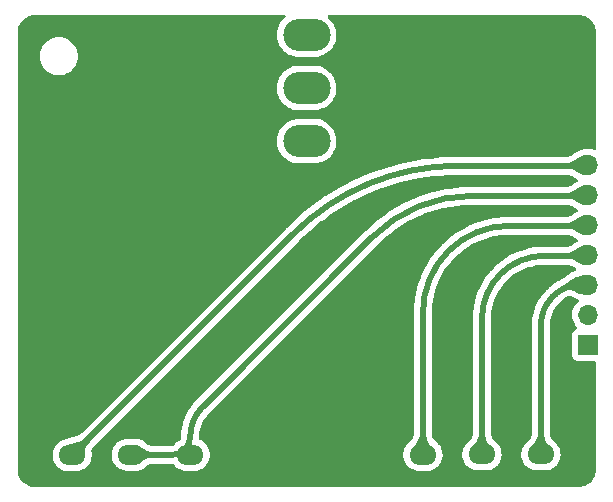
<source format=gtl>
G04 #@! TF.GenerationSoftware,KiCad,Pcbnew,(6.0.9)*
G04 #@! TF.CreationDate,2022-11-21T10:30:20+01:00*
G04 #@! TF.ProjectId,IO Board,494f2042-6f61-4726-942e-6b696361645f,rev?*
G04 #@! TF.SameCoordinates,Original*
G04 #@! TF.FileFunction,Copper,L1,Top*
G04 #@! TF.FilePolarity,Positive*
%FSLAX46Y46*%
G04 Gerber Fmt 4.6, Leading zero omitted, Abs format (unit mm)*
G04 Created by KiCad (PCBNEW (6.0.9)) date 2022-11-21 10:30:20*
%MOMM*%
%LPD*%
G01*
G04 APERTURE LIST*
G04 #@! TA.AperFunction,ComponentPad*
%ADD10O,2.300000X1.700000*%
G04 #@! TD*
G04 #@! TA.AperFunction,ComponentPad*
%ADD11O,4.000000X2.750000*%
G04 #@! TD*
G04 #@! TA.AperFunction,ComponentPad*
%ADD12R,1.700000X1.700000*%
G04 #@! TD*
G04 #@! TA.AperFunction,ComponentPad*
%ADD13O,1.700000X1.700000*%
G04 #@! TD*
G04 #@! TA.AperFunction,Conductor*
%ADD14C,0.500000*%
G04 #@! TD*
G04 APERTURE END LIST*
D10*
X159041209Y-134686948D03*
X154049520Y-134686948D03*
X149051463Y-134712416D03*
X129345379Y-134715579D03*
X124353690Y-134715579D03*
X119355633Y-134741047D03*
D11*
X139209679Y-108155040D03*
X139209679Y-103655040D03*
X139209679Y-99155040D03*
D12*
X163017200Y-125425200D03*
D13*
X163017200Y-122885200D03*
X163017200Y-120345200D03*
X163017200Y-117805200D03*
X163017200Y-115265200D03*
X163017200Y-112725200D03*
X163017200Y-110185200D03*
D14*
X124353690Y-134715579D02*
X127844493Y-134715579D01*
X153250981Y-112786196D02*
X162956204Y-112786196D01*
X130406666Y-130652521D02*
X144753021Y-116306166D01*
X162956204Y-112786196D02*
X163017200Y-112725200D01*
X129345379Y-133214693D02*
G75*
G02*
X127844493Y-134715579I-1500879J-7D01*
G01*
X130406677Y-130652532D02*
G75*
G03*
X129345379Y-133214693I2562123J-2562168D01*
G01*
X153250981Y-112786175D02*
G75*
G03*
X144753021Y-116306166I19J-12017925D01*
G01*
X162956204Y-110246196D02*
X163017200Y-110185200D01*
X119355633Y-134741047D02*
X138030649Y-116066032D01*
X152080976Y-110246196D02*
X162956204Y-110246196D01*
X152080976Y-110246192D02*
G75*
G03*
X138030650Y-116066033I24J-19870208D01*
G01*
X162953935Y-120408465D02*
X163017200Y-120345200D01*
X161799376Y-120408465D02*
X162953935Y-120408465D01*
X159041209Y-134686948D02*
X159041209Y-123703953D01*
X160007100Y-121372087D02*
X160278926Y-121100261D01*
X160007116Y-121372103D02*
G75*
G03*
X159041209Y-123703953I2331884J-2331897D01*
G01*
X161799379Y-120408501D02*
G75*
G03*
X160278926Y-121100261I167921J-2385899D01*
G01*
X154049520Y-134686948D02*
X154049520Y-123181222D01*
X162956204Y-117866196D02*
X163017200Y-117805200D01*
X159364546Y-117866196D02*
X162956204Y-117866196D01*
X155606233Y-119422909D02*
G75*
G03*
X154049520Y-123181222I3758367J-3758291D01*
G01*
X159364546Y-117866152D02*
G75*
G03*
X155606256Y-119422932I54J-5315048D01*
G01*
X163017200Y-115265200D02*
X162956204Y-115326196D01*
X149051463Y-122672967D02*
X149051463Y-134712416D01*
X162956204Y-115326196D02*
X156391009Y-115326196D01*
X151204776Y-117474411D02*
G75*
G02*
X156391009Y-115326196I5186224J-5186189D01*
G01*
X149051431Y-122672967D02*
G75*
G02*
X151204776Y-117474411I7351869J-33D01*
G01*
G04 #@! TA.AperFunction,Conductor*
G36*
X162957405Y-111880702D02*
G01*
X162960389Y-111884050D01*
X163438129Y-112689785D01*
X163439401Y-112698648D01*
X163438879Y-112700217D01*
X163292898Y-113053250D01*
X163080929Y-113565863D01*
X163074601Y-113572199D01*
X163070220Y-113573092D01*
X162808830Y-113575401D01*
X162807100Y-113575287D01*
X162685551Y-113558223D01*
X162590276Y-113544847D01*
X162588434Y-113544435D01*
X162530232Y-113526327D01*
X162410015Y-113488925D01*
X162408456Y-113488314D01*
X162255202Y-113415242D01*
X162254295Y-113414760D01*
X162113082Y-113331506D01*
X162112972Y-113331440D01*
X161971456Y-113245906D01*
X161971452Y-113245904D01*
X161971282Y-113245801D01*
X161816577Y-113165697D01*
X161816234Y-113165570D01*
X161636482Y-113099059D01*
X161636477Y-113099057D01*
X161636070Y-113098907D01*
X161416900Y-113053163D01*
X161416482Y-113053137D01*
X161416476Y-113053136D01*
X161157172Y-113036883D01*
X161149130Y-113032945D01*
X161146204Y-113025206D01*
X161146204Y-112547170D01*
X161149631Y-112538897D01*
X161157156Y-112535494D01*
X161296885Y-112526539D01*
X161404571Y-112519637D01*
X161404572Y-112519637D01*
X161405007Y-112519609D01*
X161612105Y-112474290D01*
X161612549Y-112474112D01*
X161612553Y-112474111D01*
X161780010Y-112407064D01*
X161780405Y-112406906D01*
X161922815Y-112324124D01*
X162052243Y-112232609D01*
X162181282Y-112139258D01*
X162181917Y-112138829D01*
X162323163Y-112050439D01*
X162324456Y-112049739D01*
X162490908Y-111972710D01*
X162492570Y-111972089D01*
X162538023Y-111958936D01*
X162697477Y-111912794D01*
X162699137Y-111912442D01*
X162835812Y-111893815D01*
X162948745Y-111878424D01*
X162957405Y-111880702D01*
G37*
G04 #@! TD.AperFunction*
G04 #@! TA.AperFunction,Conductor*
G36*
X149298759Y-132855843D02*
G01*
X149302162Y-132863371D01*
X149318263Y-133115570D01*
X149318352Y-133115984D01*
X149318353Y-133115990D01*
X149363764Y-133326830D01*
X149363766Y-133326837D01*
X149363863Y-133327287D01*
X149364032Y-133327722D01*
X149364033Y-133327726D01*
X149430919Y-133500056D01*
X149430923Y-133500064D01*
X149431064Y-133500428D01*
X149512663Y-133647852D01*
X149512793Y-133648049D01*
X149601463Y-133782416D01*
X149690006Y-133916592D01*
X149690478Y-133917370D01*
X149771483Y-134063717D01*
X149772153Y-134065150D01*
X149838726Y-134236679D01*
X149839257Y-134238448D01*
X149884482Y-134448423D01*
X149884719Y-134450134D01*
X149900969Y-134704675D01*
X149898076Y-134713149D01*
X149894525Y-134715885D01*
X149056695Y-135134800D01*
X149047763Y-135135435D01*
X149046231Y-135134800D01*
X148208401Y-134715885D01*
X148202533Y-134709120D01*
X148201957Y-134704675D01*
X148218207Y-134450134D01*
X148218444Y-134448423D01*
X148263669Y-134238448D01*
X148264200Y-134236679D01*
X148330774Y-134065150D01*
X148331444Y-134063717D01*
X148412448Y-133917370D01*
X148412920Y-133916592D01*
X148501463Y-133782416D01*
X148590133Y-133648049D01*
X148590263Y-133647852D01*
X148671864Y-133500428D01*
X148739063Y-133327287D01*
X148739160Y-133326837D01*
X148739162Y-133326830D01*
X148784573Y-133115990D01*
X148784574Y-133115984D01*
X148784663Y-133115570D01*
X148800764Y-132863371D01*
X148804711Y-132855333D01*
X148812440Y-132852416D01*
X149290486Y-132852416D01*
X149298759Y-132855843D01*
G37*
G04 #@! TD.AperFunction*
G04 #@! TA.AperFunction,Conductor*
G36*
X154296816Y-132830375D02*
G01*
X154300219Y-132837903D01*
X154316320Y-133090102D01*
X154316409Y-133090516D01*
X154316410Y-133090522D01*
X154361821Y-133301362D01*
X154361823Y-133301369D01*
X154361920Y-133301819D01*
X154362089Y-133302254D01*
X154362090Y-133302258D01*
X154428976Y-133474588D01*
X154428980Y-133474596D01*
X154429121Y-133474960D01*
X154510720Y-133622384D01*
X154510850Y-133622581D01*
X154599520Y-133756948D01*
X154688063Y-133891124D01*
X154688535Y-133891902D01*
X154769540Y-134038249D01*
X154770210Y-134039682D01*
X154836783Y-134211211D01*
X154837314Y-134212980D01*
X154882539Y-134422955D01*
X154882776Y-134424666D01*
X154899026Y-134679207D01*
X154896133Y-134687681D01*
X154892582Y-134690417D01*
X154054752Y-135109332D01*
X154045820Y-135109967D01*
X154044288Y-135109332D01*
X153206458Y-134690417D01*
X153200590Y-134683652D01*
X153200014Y-134679207D01*
X153216264Y-134424666D01*
X153216501Y-134422955D01*
X153261726Y-134212980D01*
X153262257Y-134211211D01*
X153328832Y-134039682D01*
X153329502Y-134038249D01*
X153410505Y-133891902D01*
X153410977Y-133891124D01*
X153499520Y-133756948D01*
X153588190Y-133622581D01*
X153588320Y-133622384D01*
X153669921Y-133474960D01*
X153737120Y-133301819D01*
X153737217Y-133301369D01*
X153737219Y-133301362D01*
X153782630Y-133090522D01*
X153782631Y-133090516D01*
X153782720Y-133090102D01*
X153798821Y-132837903D01*
X153802768Y-132829865D01*
X153810497Y-132826948D01*
X154288543Y-132826948D01*
X154296816Y-132830375D01*
G37*
G04 #@! TD.AperFunction*
G04 #@! TA.AperFunction,Conductor*
G36*
X162957405Y-114420702D02*
G01*
X162960389Y-114424050D01*
X163438129Y-115229785D01*
X163439401Y-115238648D01*
X163438879Y-115240217D01*
X163292898Y-115593250D01*
X163080929Y-116105863D01*
X163074601Y-116112199D01*
X163070220Y-116113092D01*
X162808830Y-116115401D01*
X162807100Y-116115287D01*
X162685551Y-116098223D01*
X162590276Y-116084847D01*
X162588434Y-116084435D01*
X162530232Y-116066327D01*
X162410015Y-116028925D01*
X162408456Y-116028314D01*
X162255202Y-115955242D01*
X162254295Y-115954760D01*
X162113082Y-115871506D01*
X162112972Y-115871440D01*
X161971456Y-115785906D01*
X161971452Y-115785904D01*
X161971282Y-115785801D01*
X161816577Y-115705697D01*
X161816234Y-115705570D01*
X161636482Y-115639059D01*
X161636477Y-115639057D01*
X161636070Y-115638907D01*
X161416900Y-115593163D01*
X161416482Y-115593137D01*
X161416476Y-115593136D01*
X161157172Y-115576883D01*
X161149130Y-115572945D01*
X161146204Y-115565206D01*
X161146204Y-115087170D01*
X161149631Y-115078897D01*
X161157156Y-115075494D01*
X161296885Y-115066539D01*
X161404571Y-115059637D01*
X161404572Y-115059637D01*
X161405007Y-115059609D01*
X161612105Y-115014290D01*
X161612549Y-115014112D01*
X161612553Y-115014111D01*
X161780010Y-114947064D01*
X161780405Y-114946906D01*
X161922815Y-114864124D01*
X162052243Y-114772609D01*
X162181282Y-114679258D01*
X162181917Y-114678829D01*
X162323163Y-114590439D01*
X162324456Y-114589739D01*
X162490908Y-114512710D01*
X162492570Y-114512089D01*
X162538023Y-114498936D01*
X162697477Y-114452794D01*
X162699137Y-114452442D01*
X162835812Y-114433815D01*
X162948745Y-114418424D01*
X162957405Y-114420702D01*
G37*
G04 #@! TD.AperFunction*
G04 #@! TA.AperFunction,Conductor*
G36*
X162957405Y-109340702D02*
G01*
X162960389Y-109344050D01*
X163438129Y-110149785D01*
X163439401Y-110158648D01*
X163438879Y-110160217D01*
X163292898Y-110513250D01*
X163080929Y-111025863D01*
X163074601Y-111032199D01*
X163070220Y-111033092D01*
X162808830Y-111035401D01*
X162807100Y-111035287D01*
X162685551Y-111018223D01*
X162590276Y-111004847D01*
X162588434Y-111004435D01*
X162530232Y-110986327D01*
X162410015Y-110948925D01*
X162408456Y-110948314D01*
X162255202Y-110875242D01*
X162254295Y-110874760D01*
X162113082Y-110791506D01*
X162112972Y-110791440D01*
X161971456Y-110705906D01*
X161971452Y-110705904D01*
X161971282Y-110705801D01*
X161816577Y-110625697D01*
X161816234Y-110625570D01*
X161636482Y-110559059D01*
X161636477Y-110559057D01*
X161636070Y-110558907D01*
X161416900Y-110513163D01*
X161416482Y-110513137D01*
X161416476Y-110513136D01*
X161157172Y-110496883D01*
X161149130Y-110492945D01*
X161146204Y-110485206D01*
X161146204Y-110007170D01*
X161149631Y-109998897D01*
X161157156Y-109995494D01*
X161296885Y-109986539D01*
X161404571Y-109979637D01*
X161404572Y-109979637D01*
X161405007Y-109979609D01*
X161612105Y-109934290D01*
X161612549Y-109934112D01*
X161612553Y-109934111D01*
X161780010Y-109867064D01*
X161780405Y-109866906D01*
X161922815Y-109784124D01*
X162052243Y-109692609D01*
X162181282Y-109599258D01*
X162181917Y-109598829D01*
X162323163Y-109510439D01*
X162324456Y-109509739D01*
X162490908Y-109432710D01*
X162492570Y-109432089D01*
X162538023Y-109418936D01*
X162697477Y-109372794D01*
X162699137Y-109372442D01*
X162835812Y-109353815D01*
X162948745Y-109338424D01*
X162957405Y-109340702D01*
G37*
G04 #@! TD.AperFunction*
G04 #@! TA.AperFunction,Conductor*
G36*
X162957405Y-116960702D02*
G01*
X162960389Y-116964050D01*
X163438129Y-117769785D01*
X163439401Y-117778648D01*
X163438879Y-117780217D01*
X163292898Y-118133250D01*
X163080929Y-118645863D01*
X163074601Y-118652199D01*
X163070220Y-118653092D01*
X162808830Y-118655401D01*
X162807100Y-118655287D01*
X162685551Y-118638223D01*
X162590276Y-118624847D01*
X162588434Y-118624435D01*
X162530232Y-118606327D01*
X162410015Y-118568925D01*
X162408456Y-118568314D01*
X162255202Y-118495242D01*
X162254295Y-118494760D01*
X162113082Y-118411506D01*
X162112972Y-118411440D01*
X161971456Y-118325906D01*
X161971452Y-118325904D01*
X161971282Y-118325801D01*
X161816577Y-118245697D01*
X161816234Y-118245570D01*
X161636482Y-118179059D01*
X161636477Y-118179057D01*
X161636070Y-118178907D01*
X161416900Y-118133163D01*
X161416482Y-118133137D01*
X161416476Y-118133136D01*
X161157172Y-118116883D01*
X161149130Y-118112945D01*
X161146204Y-118105206D01*
X161146204Y-117627170D01*
X161149631Y-117618897D01*
X161157156Y-117615494D01*
X161296885Y-117606539D01*
X161404571Y-117599637D01*
X161404572Y-117599637D01*
X161405007Y-117599609D01*
X161612105Y-117554290D01*
X161612549Y-117554112D01*
X161612553Y-117554111D01*
X161780010Y-117487064D01*
X161780405Y-117486906D01*
X161922815Y-117404124D01*
X162052243Y-117312609D01*
X162181282Y-117219258D01*
X162181917Y-117218829D01*
X162323163Y-117130439D01*
X162324456Y-117129739D01*
X162490908Y-117052710D01*
X162492570Y-117052089D01*
X162538023Y-117038936D01*
X162697477Y-116992794D01*
X162699137Y-116992442D01*
X162835812Y-116973815D01*
X162948745Y-116958424D01*
X162957405Y-116960702D01*
G37*
G04 #@! TD.AperFunction*
G04 #@! TA.AperFunction,Conductor*
G36*
X120501836Y-133256815D02*
G01*
X120839866Y-133594845D01*
X120843293Y-133603118D01*
X120840377Y-133610845D01*
X120673430Y-133800563D01*
X120555967Y-133982514D01*
X120555780Y-133982939D01*
X120555778Y-133982942D01*
X120483301Y-134147365D01*
X120481055Y-134152461D01*
X120480946Y-134152840D01*
X120480945Y-134152843D01*
X120434574Y-134314184D01*
X120434571Y-134314196D01*
X120434511Y-134314405D01*
X120434466Y-134314626D01*
X120434464Y-134314633D01*
X120402150Y-134472347D01*
X120369882Y-134629841D01*
X120369665Y-134630725D01*
X120323463Y-134791475D01*
X120322924Y-134792962D01*
X120248709Y-134961329D01*
X120247833Y-134962956D01*
X120131339Y-135143406D01*
X120130292Y-135144789D01*
X119961798Y-135336263D01*
X119953760Y-135340210D01*
X119949315Y-135339634D01*
X119060663Y-135043417D01*
X119053898Y-135037549D01*
X119053263Y-135036017D01*
X118757046Y-134147365D01*
X118757681Y-134138433D01*
X118760417Y-134134882D01*
X118951892Y-133966389D01*
X118953275Y-133965342D01*
X119133725Y-133848848D01*
X119135352Y-133847972D01*
X119303719Y-133773757D01*
X119305206Y-133773218D01*
X119465956Y-133727016D01*
X119466840Y-133726799D01*
X119624334Y-133694531D01*
X119782048Y-133662217D01*
X119782055Y-133662215D01*
X119782276Y-133662170D01*
X119782485Y-133662110D01*
X119782497Y-133662107D01*
X119943838Y-133615736D01*
X119943841Y-133615735D01*
X119944220Y-133615626D01*
X119944582Y-133615467D01*
X119944586Y-133615465D01*
X120113739Y-133540903D01*
X120113742Y-133540901D01*
X120114167Y-133540714D01*
X120296118Y-133423251D01*
X120318809Y-133403284D01*
X120485834Y-133256305D01*
X120494308Y-133253412D01*
X120501836Y-133256815D01*
G37*
G04 #@! TD.AperFunction*
G04 #@! TA.AperFunction,Conductor*
G36*
X162955513Y-119500853D02*
G01*
X162958166Y-119503927D01*
X163346514Y-120155246D01*
X163438040Y-120308750D01*
X163439334Y-120317611D01*
X163438814Y-120319186D01*
X163197406Y-120907081D01*
X163083056Y-121185553D01*
X163076743Y-121191905D01*
X163072139Y-121192809D01*
X162954217Y-121191852D01*
X162786131Y-121190489D01*
X162784114Y-121190297D01*
X162658301Y-121167203D01*
X162537850Y-121145092D01*
X162536083Y-121144622D01*
X162325418Y-121070464D01*
X162324238Y-121069975D01*
X162138190Y-120980599D01*
X162137801Y-120980404D01*
X161965805Y-120889758D01*
X161965785Y-120889748D01*
X161965686Y-120889696D01*
X161965572Y-120889643D01*
X161965555Y-120889635D01*
X161893045Y-120856150D01*
X161797209Y-120811892D01*
X161621806Y-120761122D01*
X161529350Y-120756480D01*
X161429476Y-120751465D01*
X161429475Y-120751465D01*
X161428736Y-120751428D01*
X161428010Y-120751577D01*
X161428009Y-120751577D01*
X161380543Y-120761311D01*
X161207261Y-120796846D01*
X161206690Y-120797097D01*
X160956501Y-120907081D01*
X160947549Y-120907273D01*
X160941507Y-120901946D01*
X160713812Y-120481903D01*
X160712882Y-120472996D01*
X160718292Y-120466169D01*
X160984886Y-120313775D01*
X160999796Y-120305252D01*
X161237998Y-120155195D01*
X161437360Y-120021237D01*
X161612113Y-119903050D01*
X161612438Y-119902839D01*
X161776761Y-119800100D01*
X161777539Y-119799656D01*
X161945779Y-119711869D01*
X161946907Y-119711354D01*
X161957961Y-119707005D01*
X162133670Y-119637872D01*
X162134878Y-119637472D01*
X162354788Y-119577751D01*
X162355840Y-119577518D01*
X162623476Y-119531121D01*
X162624281Y-119531011D01*
X162946936Y-119498279D01*
X162955513Y-119500853D01*
G37*
G04 #@! TD.AperFunction*
G04 #@! TA.AperFunction,Conductor*
G36*
X159288505Y-132830375D02*
G01*
X159291908Y-132837903D01*
X159308009Y-133090102D01*
X159308098Y-133090516D01*
X159308099Y-133090522D01*
X159353510Y-133301362D01*
X159353512Y-133301369D01*
X159353609Y-133301819D01*
X159353778Y-133302254D01*
X159353779Y-133302258D01*
X159420664Y-133474588D01*
X159420668Y-133474596D01*
X159420809Y-133474960D01*
X159502409Y-133622384D01*
X159502539Y-133622581D01*
X159591209Y-133756948D01*
X159679752Y-133891124D01*
X159680224Y-133891902D01*
X159761229Y-134038249D01*
X159761899Y-134039682D01*
X159828472Y-134211211D01*
X159829003Y-134212980D01*
X159874228Y-134422955D01*
X159874465Y-134424666D01*
X159890715Y-134679207D01*
X159887822Y-134687681D01*
X159884271Y-134690417D01*
X159046441Y-135109332D01*
X159037509Y-135109967D01*
X159035977Y-135109332D01*
X158198147Y-134690417D01*
X158192279Y-134683652D01*
X158191703Y-134679207D01*
X158207953Y-134424666D01*
X158208190Y-134422955D01*
X158253415Y-134212980D01*
X158253946Y-134211211D01*
X158320520Y-134039682D01*
X158321190Y-134038249D01*
X158402194Y-133891902D01*
X158402666Y-133891124D01*
X158491209Y-133756948D01*
X158579879Y-133622581D01*
X158580009Y-133622384D01*
X158661610Y-133474960D01*
X158728809Y-133301819D01*
X158728906Y-133301369D01*
X158728908Y-133301362D01*
X158774319Y-133090522D01*
X158774320Y-133090516D01*
X158774409Y-133090102D01*
X158790510Y-132837903D01*
X158794457Y-132829865D01*
X158802186Y-132826948D01*
X159280232Y-132826948D01*
X159288505Y-132830375D01*
G37*
G04 #@! TD.AperFunction*
G04 #@! TA.AperFunction,Conductor*
G36*
X124615978Y-133882324D02*
G01*
X124617684Y-133882560D01*
X124764907Y-133914269D01*
X124827659Y-133927785D01*
X124829428Y-133928316D01*
X125000957Y-133994890D01*
X125002390Y-133995560D01*
X125148737Y-134076564D01*
X125149515Y-134077036D01*
X125283690Y-134165579D01*
X125418255Y-134254379D01*
X125418453Y-134254488D01*
X125418452Y-134254488D01*
X125565335Y-134335790D01*
X125565340Y-134335792D01*
X125565679Y-134335980D01*
X125651781Y-134369398D01*
X125738381Y-134403009D01*
X125738385Y-134403010D01*
X125738820Y-134403179D01*
X125739270Y-134403276D01*
X125739277Y-134403278D01*
X125950117Y-134448689D01*
X125950123Y-134448690D01*
X125950537Y-134448779D01*
X125950963Y-134448806D01*
X125950969Y-134448807D01*
X126202735Y-134464880D01*
X126210773Y-134468827D01*
X126213690Y-134476556D01*
X126213690Y-134954602D01*
X126210263Y-134962875D01*
X126202735Y-134966278D01*
X125950969Y-134982351D01*
X125950963Y-134982352D01*
X125950537Y-134982379D01*
X125950123Y-134982468D01*
X125950117Y-134982469D01*
X125739277Y-135027880D01*
X125739270Y-135027882D01*
X125738820Y-135027979D01*
X125738385Y-135028148D01*
X125738381Y-135028149D01*
X125566051Y-135095034D01*
X125566043Y-135095038D01*
X125565679Y-135095179D01*
X125565340Y-135095367D01*
X125565335Y-135095369D01*
X125431805Y-135169279D01*
X125418255Y-135176779D01*
X125418058Y-135176909D01*
X125283690Y-135265579D01*
X125149515Y-135354122D01*
X125148737Y-135354594D01*
X125002390Y-135435599D01*
X125000957Y-135436269D01*
X124829428Y-135502842D01*
X124827659Y-135503373D01*
X124764907Y-135516889D01*
X124617684Y-135548598D01*
X124615978Y-135548834D01*
X124361431Y-135565085D01*
X124352957Y-135562192D01*
X124350221Y-135558641D01*
X123931306Y-134720811D01*
X123930671Y-134711879D01*
X123931306Y-134710347D01*
X124350221Y-133872517D01*
X124356986Y-133866649D01*
X124361430Y-133866073D01*
X124615978Y-133882324D01*
G37*
G04 #@! TD.AperFunction*
G04 #@! TA.AperFunction,NonConductor*
G36*
X137380598Y-97491998D02*
G01*
X137427091Y-97545654D01*
X137437195Y-97615928D01*
X137407701Y-97680508D01*
X137388920Y-97698158D01*
X137333296Y-97740609D01*
X137142221Y-97936069D01*
X137139534Y-97939761D01*
X137139532Y-97939763D01*
X136984050Y-98153373D01*
X136984047Y-98153379D01*
X136981364Y-98157064D01*
X136979242Y-98161097D01*
X136979239Y-98161102D01*
X136883063Y-98343903D01*
X136854093Y-98398966D01*
X136763076Y-98656706D01*
X136762196Y-98661172D01*
X136726034Y-98844643D01*
X136710218Y-98924885D01*
X136709991Y-98929438D01*
X136709991Y-98929441D01*
X136700666Y-99116763D01*
X136696627Y-99197886D01*
X136722588Y-99469989D01*
X136723673Y-99474423D01*
X136723674Y-99474429D01*
X136770378Y-99665292D01*
X136787557Y-99735495D01*
X136789269Y-99739721D01*
X136789270Y-99739725D01*
X136858690Y-99911114D01*
X136890172Y-99988841D01*
X136892476Y-99992776D01*
X136892478Y-99992780D01*
X136951594Y-100093741D01*
X137028285Y-100224720D01*
X137199002Y-100438191D01*
X137398747Y-100624782D01*
X137623335Y-100780584D01*
X137750180Y-100843688D01*
X137863975Y-100900301D01*
X137863978Y-100900302D01*
X137868062Y-100902334D01*
X138127800Y-100987480D01*
X138132291Y-100988260D01*
X138132292Y-100988260D01*
X138393329Y-101033584D01*
X138393337Y-101033585D01*
X138397110Y-101034240D01*
X138400947Y-101034431D01*
X138481912Y-101038462D01*
X138481920Y-101038462D01*
X138483483Y-101038540D01*
X139904113Y-101038540D01*
X139906381Y-101038375D01*
X139906393Y-101038375D01*
X140037952Y-101028829D01*
X140107301Y-101023797D01*
X140111756Y-101022813D01*
X140111759Y-101022813D01*
X140369752Y-100965854D01*
X140369756Y-100965853D01*
X140374212Y-100964869D01*
X140544636Y-100900301D01*
X140625551Y-100869645D01*
X140625554Y-100869644D01*
X140629821Y-100868027D01*
X140868773Y-100735301D01*
X141086062Y-100569471D01*
X141277137Y-100374011D01*
X141372721Y-100242692D01*
X141435308Y-100156707D01*
X141435311Y-100156701D01*
X141437994Y-100153016D01*
X141440116Y-100148983D01*
X141440119Y-100148978D01*
X141563139Y-99915155D01*
X141563139Y-99915154D01*
X141565265Y-99911114D01*
X141656282Y-99653374D01*
X141692427Y-99469989D01*
X141708259Y-99389667D01*
X141708260Y-99389661D01*
X141709140Y-99385195D01*
X141709490Y-99378166D01*
X141722504Y-99116763D01*
X141722504Y-99116757D01*
X141722731Y-99112194D01*
X141696770Y-98840091D01*
X141677226Y-98760219D01*
X141632886Y-98579019D01*
X141631801Y-98574585D01*
X141630088Y-98570355D01*
X141530899Y-98325467D01*
X141530896Y-98325461D01*
X141529186Y-98321239D01*
X141391073Y-98085360D01*
X141220356Y-97871889D01*
X141051510Y-97714162D01*
X141025722Y-97690072D01*
X140989596Y-97628953D01*
X140992248Y-97558006D01*
X141032836Y-97499756D01*
X141098474Y-97472696D01*
X141111734Y-97471996D01*
X162173923Y-97471996D01*
X162193308Y-97473496D01*
X162208141Y-97475806D01*
X162208145Y-97475806D01*
X162217014Y-97477187D01*
X162232270Y-97475192D01*
X162257592Y-97474449D01*
X162426564Y-97486533D01*
X162444355Y-97489091D01*
X162634697Y-97530496D01*
X162651936Y-97535558D01*
X162712124Y-97558006D01*
X162834442Y-97603628D01*
X162850795Y-97611096D01*
X163021753Y-97704445D01*
X163036876Y-97714164D01*
X163192807Y-97830891D01*
X163206394Y-97842664D01*
X163344125Y-97980394D01*
X163355898Y-97993980D01*
X163472632Y-98149916D01*
X163482351Y-98165040D01*
X163575698Y-98335990D01*
X163583167Y-98352344D01*
X163651238Y-98534851D01*
X163656302Y-98552099D01*
X163661194Y-98574585D01*
X163679059Y-98656706D01*
X163697706Y-98742424D01*
X163700265Y-98760219D01*
X163711837Y-98922017D01*
X163711074Y-98940388D01*
X163710977Y-98948349D01*
X163709595Y-98957221D01*
X163710759Y-98966123D01*
X163710759Y-98966125D01*
X163713722Y-98988780D01*
X163714786Y-99005118D01*
X163714786Y-108812702D01*
X163694784Y-108880823D01*
X163641128Y-108927316D01*
X163570854Y-108937420D01*
X163546727Y-108931475D01*
X163370291Y-108868996D01*
X163370283Y-108868994D01*
X163365412Y-108867269D01*
X163360319Y-108866362D01*
X163360316Y-108866361D01*
X163150573Y-108829000D01*
X163150567Y-108828999D01*
X163145484Y-108828094D01*
X163074970Y-108827233D01*
X162927282Y-108825428D01*
X162927280Y-108825428D01*
X162922111Y-108825365D01*
X162903509Y-108828211D01*
X162888391Y-108829306D01*
X162888395Y-108829371D01*
X162883890Y-108829660D01*
X162879403Y-108829627D01*
X162874960Y-108830233D01*
X162874953Y-108830233D01*
X162671190Y-108858004D01*
X162629795Y-108863645D01*
X162592619Y-108870111D01*
X162590959Y-108870463D01*
X162589875Y-108870734D01*
X162565599Y-108876812D01*
X162554739Y-108879531D01*
X162553607Y-108879859D01*
X162553598Y-108879861D01*
X162550274Y-108880823D01*
X162349832Y-108938826D01*
X162340732Y-108941838D01*
X162313992Y-108950688D01*
X162313974Y-108950694D01*
X162312839Y-108951070D01*
X162311177Y-108951691D01*
X162310073Y-108952152D01*
X162310050Y-108952161D01*
X162276364Y-108966225D01*
X162276343Y-108966234D01*
X162275249Y-108966691D01*
X162108797Y-109043720D01*
X162107916Y-109044162D01*
X162080890Y-109057714D01*
X162080857Y-109057731D01*
X162079986Y-109058168D01*
X162078693Y-109058868D01*
X162077876Y-109059344D01*
X162077862Y-109059352D01*
X162064591Y-109067087D01*
X162050762Y-109075146D01*
X162049925Y-109075670D01*
X162049923Y-109075671D01*
X161909950Y-109163264D01*
X161909919Y-109163284D01*
X161909516Y-109163536D01*
X161901318Y-109168868D01*
X161894831Y-109173087D01*
X161894797Y-109173110D01*
X161894455Y-109173332D01*
X161893820Y-109173761D01*
X161880302Y-109183213D01*
X161879912Y-109183495D01*
X161879877Y-109183520D01*
X161754068Y-109274534D01*
X161752970Y-109275320D01*
X161649570Y-109348432D01*
X161640164Y-109354474D01*
X161562686Y-109399511D01*
X161546211Y-109407544D01*
X161490105Y-109430008D01*
X161470450Y-109437877D01*
X161450552Y-109443991D01*
X161342631Y-109467607D01*
X161323755Y-109470262D01*
X161125482Y-109482970D01*
X161125478Y-109482970D01*
X161124313Y-109483045D01*
X161123156Y-109483163D01*
X161123155Y-109483163D01*
X161120594Y-109483424D01*
X161085956Y-109486954D01*
X161085902Y-109486426D01*
X161072702Y-109487696D01*
X152143126Y-109487696D01*
X152125593Y-109486470D01*
X152116599Y-109485206D01*
X152106196Y-109483744D01*
X152106193Y-109483744D01*
X152102288Y-109483195D01*
X152092505Y-109483058D01*
X152084926Y-109482952D01*
X152084922Y-109482952D01*
X152080975Y-109482897D01*
X152077188Y-109483322D01*
X152074265Y-109483424D01*
X151981689Y-109485338D01*
X151228314Y-109500912D01*
X150454103Y-109548979D01*
X150378414Y-109553678D01*
X150378412Y-109553678D01*
X150377110Y-109553759D01*
X149528817Y-109641738D01*
X149012840Y-109716915D01*
X148686139Y-109764514D01*
X148686132Y-109764515D01*
X148684884Y-109764697D01*
X147846753Y-109922426D01*
X147565563Y-109987480D01*
X147017117Y-110114364D01*
X147017095Y-110114370D01*
X147015857Y-110114656D01*
X146604736Y-110227857D01*
X146194870Y-110340713D01*
X146194863Y-110340715D01*
X146193614Y-110341059D01*
X146192380Y-110341454D01*
X146192371Y-110341457D01*
X145382691Y-110600843D01*
X145381430Y-110601247D01*
X144580692Y-110894777D01*
X144579468Y-110895284D01*
X143793947Y-111220657D01*
X143793938Y-111220661D01*
X143792767Y-111221146D01*
X143791631Y-111221672D01*
X143791614Y-111221680D01*
X143210425Y-111491070D01*
X143019003Y-111579797D01*
X142260722Y-111970118D01*
X142136076Y-112040942D01*
X141520334Y-112390806D01*
X141520322Y-112390813D01*
X141519217Y-112391441D01*
X141518148Y-112392108D01*
X141518125Y-112392122D01*
X140874002Y-112794204D01*
X140795758Y-112843046D01*
X140794690Y-112843776D01*
X140794688Y-112843777D01*
X140379234Y-113127628D01*
X140091579Y-113324163D01*
X139407884Y-113833969D01*
X138745840Y-114371593D01*
X138744872Y-114372448D01*
X138107560Y-114935250D01*
X138107542Y-114935267D01*
X138106579Y-114936117D01*
X137512777Y-115505866D01*
X137508780Y-115509491D01*
X137506197Y-115511438D01*
X137490915Y-115526298D01*
X137488438Y-115529400D01*
X137488436Y-115529403D01*
X137468447Y-115554443D01*
X137459071Y-115564929D01*
X120174844Y-132849155D01*
X120154676Y-132865535D01*
X120146606Y-132870809D01*
X120143227Y-132873783D01*
X120143225Y-132873784D01*
X119992573Y-133006355D01*
X119977674Y-133017622D01*
X119878213Y-133081831D01*
X119860696Y-133091269D01*
X119776750Y-133128272D01*
X119760732Y-133134074D01*
X119664353Y-133161774D01*
X119654840Y-133164112D01*
X119463489Y-133203318D01*
X119363771Y-133223749D01*
X119344423Y-133228104D01*
X119343539Y-133228321D01*
X119343009Y-133228462D01*
X119342994Y-133228466D01*
X119330694Y-133231743D01*
X119324111Y-133233496D01*
X119163361Y-133279698D01*
X119130216Y-133290454D01*
X119128729Y-133290993D01*
X119127735Y-133291392D01*
X119127729Y-133291394D01*
X119097597Y-133303480D01*
X119097572Y-133303490D01*
X119096601Y-133303880D01*
X118928234Y-133378095D01*
X118923789Y-133380267D01*
X118879117Y-133392613D01*
X118861108Y-133394141D01*
X118831225Y-133396676D01*
X118831222Y-133396677D01*
X118825913Y-133397127D01*
X118820758Y-133398465D01*
X118820752Y-133398466D01*
X118607930Y-133453704D01*
X118607926Y-133453705D01*
X118602761Y-133455046D01*
X118597895Y-133457238D01*
X118597892Y-133457239D01*
X118488694Y-133506429D01*
X118392558Y-133549735D01*
X118201314Y-133678488D01*
X118197457Y-133682167D01*
X118197455Y-133682169D01*
X118142105Y-133734971D01*
X118034498Y-133837623D01*
X117896879Y-134022589D01*
X117894463Y-134027340D01*
X117894461Y-134027344D01*
X117852763Y-134109358D01*
X117792393Y-134228098D01*
X117790811Y-134233192D01*
X117790810Y-134233195D01*
X117763662Y-134320625D01*
X117724026Y-134448274D01*
X117723325Y-134453563D01*
X117696404Y-134656684D01*
X117693735Y-134676821D01*
X117702384Y-134907205D01*
X117749726Y-135132838D01*
X117751684Y-135137797D01*
X117751685Y-135137799D01*
X117824904Y-135323199D01*
X117834409Y-135347268D01*
X117837176Y-135351827D01*
X117837177Y-135351830D01*
X117869688Y-135405406D01*
X117954010Y-135544364D01*
X117957507Y-135548394D01*
X118076766Y-135685828D01*
X118105110Y-135718492D01*
X118146570Y-135752487D01*
X118279260Y-135861287D01*
X118279266Y-135861291D01*
X118283388Y-135864671D01*
X118288024Y-135867310D01*
X118288027Y-135867312D01*
X118434363Y-135950611D01*
X118483747Y-135978722D01*
X118700458Y-136057384D01*
X118705707Y-136058333D01*
X118705710Y-136058334D01*
X118923241Y-136097670D01*
X118923248Y-136097671D01*
X118927325Y-136098408D01*
X118945047Y-136099244D01*
X118949989Y-136099477D01*
X118949996Y-136099477D01*
X118951477Y-136099547D01*
X119713523Y-136099547D01*
X119780442Y-136093869D01*
X119880042Y-136085418D01*
X119880046Y-136085417D01*
X119885353Y-136084967D01*
X119890508Y-136083629D01*
X119890514Y-136083628D01*
X120103336Y-136028390D01*
X120103340Y-136028389D01*
X120108505Y-136027048D01*
X120113371Y-136024856D01*
X120113374Y-136024855D01*
X120268278Y-135955076D01*
X120318708Y-135932359D01*
X120509952Y-135803606D01*
X120533526Y-135781118D01*
X120622321Y-135696411D01*
X120676768Y-135644471D01*
X120814387Y-135459505D01*
X120831362Y-135426119D01*
X120898956Y-135293169D01*
X120918873Y-135253996D01*
X120927764Y-135225365D01*
X120985657Y-135038918D01*
X120987240Y-135033820D01*
X120990359Y-135010287D01*
X121016831Y-134810558D01*
X121016831Y-134810553D01*
X121017531Y-134805273D01*
X121015699Y-134756459D01*
X121009082Y-134580220D01*
X121008882Y-134574889D01*
X120967903Y-134379582D01*
X120975923Y-134302885D01*
X121005415Y-134235980D01*
X121014852Y-134218465D01*
X121043558Y-134173999D01*
X121079063Y-134119002D01*
X121090325Y-134104108D01*
X121157876Y-134027344D01*
X121225873Y-133950072D01*
X121250266Y-133920156D01*
X121250670Y-133920486D01*
X121259129Y-133910232D01*
X138527394Y-116641968D01*
X138539263Y-116631503D01*
X138557228Y-116617568D01*
X138562795Y-116613250D01*
X138584382Y-116586970D01*
X138594611Y-116575932D01*
X139012091Y-116176282D01*
X139167348Y-116027656D01*
X139171388Y-116023954D01*
X139794210Y-115477755D01*
X139798347Y-115474283D01*
X140444402Y-114955770D01*
X140448741Y-114952441D01*
X140645517Y-114808159D01*
X141116778Y-114462616D01*
X141121247Y-114459487D01*
X141679982Y-114086152D01*
X141810003Y-113999275D01*
X141814640Y-113996321D01*
X142522782Y-113566610D01*
X142527542Y-113563861D01*
X143253798Y-113165424D01*
X143258675Y-113162886D01*
X144001577Y-112796527D01*
X144006559Y-112794204D01*
X144454787Y-112596978D01*
X144764750Y-112460591D01*
X144769809Y-112458495D01*
X145541843Y-112158268D01*
X145547006Y-112156389D01*
X146331395Y-111890124D01*
X146336638Y-111888471D01*
X146935011Y-111714061D01*
X147131871Y-111656682D01*
X147137175Y-111655260D01*
X147941796Y-111458370D01*
X147947135Y-111457186D01*
X148759570Y-111295582D01*
X148764981Y-111294627D01*
X149238926Y-111221680D01*
X149583702Y-111168614D01*
X149589152Y-111167897D01*
X149715924Y-111154013D01*
X150412559Y-111077718D01*
X150418027Y-111077239D01*
X151244595Y-111023063D01*
X151250076Y-111022823D01*
X152030662Y-111005790D01*
X152049201Y-111006754D01*
X152063324Y-111008538D01*
X152063331Y-111008538D01*
X152070320Y-111009421D01*
X152077327Y-111008734D01*
X152077330Y-111008734D01*
X152112379Y-111005297D01*
X152124675Y-111004696D01*
X161089596Y-111004696D01*
X161115294Y-111007345D01*
X161125048Y-111009377D01*
X161287428Y-111019555D01*
X161339013Y-111022789D01*
X161356873Y-111025200D01*
X161484544Y-111051846D01*
X161502526Y-111057018D01*
X161601340Y-111093581D01*
X161615550Y-111099860D01*
X161716447Y-111152103D01*
X161723688Y-111156160D01*
X161847354Y-111230905D01*
X161852178Y-111233785D01*
X161852376Y-111233902D01*
X161852437Y-111233938D01*
X161955375Y-111294627D01*
X161993501Y-111317105D01*
X161994122Y-111317453D01*
X161994124Y-111317454D01*
X162012701Y-111327860D01*
X162012729Y-111327875D01*
X162013323Y-111328208D01*
X162014230Y-111328690D01*
X162034200Y-111338751D01*
X162034796Y-111339035D01*
X162090303Y-111365501D01*
X162143183Y-111412874D01*
X162162057Y-111481316D01*
X162140932Y-111549097D01*
X162092553Y-111591866D01*
X162079986Y-111598168D01*
X162078693Y-111598868D01*
X162077876Y-111599344D01*
X162077862Y-111599352D01*
X162064591Y-111607087D01*
X162050762Y-111615146D01*
X162049925Y-111615670D01*
X162049923Y-111615671D01*
X161909950Y-111703264D01*
X161909919Y-111703284D01*
X161909516Y-111703536D01*
X161901318Y-111708868D01*
X161894831Y-111713087D01*
X161894797Y-111713110D01*
X161894455Y-111713332D01*
X161893820Y-111713761D01*
X161880302Y-111723213D01*
X161879912Y-111723495D01*
X161879877Y-111723520D01*
X161754068Y-111814534D01*
X161752970Y-111815320D01*
X161649570Y-111888432D01*
X161640164Y-111894474D01*
X161562686Y-111939511D01*
X161546211Y-111947544D01*
X161491348Y-111969510D01*
X161470450Y-111977877D01*
X161450552Y-111983991D01*
X161342631Y-112007607D01*
X161323755Y-112010262D01*
X161125482Y-112022970D01*
X161125478Y-112022970D01*
X161124313Y-112023045D01*
X161123156Y-112023163D01*
X161123155Y-112023163D01*
X161119809Y-112023504D01*
X161085956Y-112026954D01*
X161085902Y-112026426D01*
X161072702Y-112027696D01*
X153313131Y-112027696D01*
X153295598Y-112026470D01*
X153286604Y-112025206D01*
X153276201Y-112023744D01*
X153276198Y-112023744D01*
X153272293Y-112023195D01*
X153263183Y-112023068D01*
X153254935Y-112022952D01*
X153254930Y-112022952D01*
X153250980Y-112022897D01*
X153247039Y-112023339D01*
X153245873Y-112023396D01*
X153243051Y-112023502D01*
X152582083Y-112040812D01*
X152288149Y-112063946D01*
X151916653Y-112093183D01*
X151916635Y-112093185D01*
X151915020Y-112093312D01*
X151251619Y-112180652D01*
X151250018Y-112180949D01*
X151250010Y-112180950D01*
X151022271Y-112223159D01*
X150593698Y-112302591D01*
X150592124Y-112302969D01*
X150592114Y-112302971D01*
X150290195Y-112375456D01*
X149943060Y-112458797D01*
X149941472Y-112459267D01*
X149941466Y-112459269D01*
X149936990Y-112460595D01*
X149301490Y-112648840D01*
X148670744Y-112872200D01*
X148052553Y-113128265D01*
X147448611Y-113416332D01*
X146860572Y-113735613D01*
X146290049Y-114085231D01*
X145738606Y-114464230D01*
X145207754Y-114871569D01*
X145206495Y-114872644D01*
X145206483Y-114872654D01*
X144846946Y-115179730D01*
X144698948Y-115306133D01*
X144697755Y-115307265D01*
X144697754Y-115307266D01*
X144237505Y-115744027D01*
X144232779Y-115748290D01*
X144231718Y-115749199D01*
X144228567Y-115751574D01*
X144225736Y-115754327D01*
X144225729Y-115754333D01*
X144216127Y-115763671D01*
X144213286Y-115766434D01*
X144210814Y-115769531D01*
X144190822Y-115794574D01*
X144181446Y-115805060D01*
X129914279Y-130072227D01*
X129901013Y-130083760D01*
X129882218Y-130097923D01*
X129866937Y-130112782D01*
X129864469Y-130115874D01*
X129863749Y-130116776D01*
X129858171Y-130123295D01*
X129610730Y-130393323D01*
X129610721Y-130393334D01*
X129608878Y-130395345D01*
X129375939Y-130698913D01*
X129170344Y-131021627D01*
X128993658Y-131361033D01*
X128992606Y-131363573D01*
X128992604Y-131363577D01*
X128887200Y-131618041D01*
X128847225Y-131714546D01*
X128732161Y-132079477D01*
X128649341Y-132453048D01*
X128599395Y-132832415D01*
X128591644Y-133009949D01*
X128584465Y-133174358D01*
X128583359Y-133186396D01*
X128582378Y-133193379D01*
X128582238Y-133203373D01*
X128582154Y-133204040D01*
X128582220Y-133204709D01*
X128582080Y-133214692D01*
X128582522Y-133218629D01*
X128582522Y-133218636D01*
X128583156Y-133224287D01*
X128583335Y-133250685D01*
X128583226Y-133251798D01*
X128573832Y-133347174D01*
X128569013Y-133371403D01*
X128561473Y-133396257D01*
X128522556Y-133455637D01*
X128492650Y-133474560D01*
X128382304Y-133524267D01*
X128191060Y-133653020D01*
X128187203Y-133656699D01*
X128187201Y-133656701D01*
X128164363Y-133678488D01*
X128024244Y-133812155D01*
X128021061Y-133816433D01*
X127957135Y-133902352D01*
X127900424Y-133945065D01*
X127857219Y-133952615D01*
X127855154Y-133952354D01*
X127848147Y-133953041D01*
X127848144Y-133953041D01*
X127813093Y-133956478D01*
X127800798Y-133957079D01*
X126270728Y-133957079D01*
X126244888Y-133954400D01*
X126235452Y-133952423D01*
X126230971Y-133952137D01*
X126230964Y-133952136D01*
X126121652Y-133945158D01*
X126030685Y-133939350D01*
X126012193Y-133936783D01*
X125896450Y-133911854D01*
X125877398Y-133906144D01*
X125791868Y-133872948D01*
X125776446Y-133865728D01*
X125688704Y-133817161D01*
X125680324Y-133812088D01*
X125666823Y-133803179D01*
X125641059Y-133780595D01*
X125607713Y-133742167D01*
X125607711Y-133742165D01*
X125604213Y-133738134D01*
X125600087Y-133734751D01*
X125600083Y-133734747D01*
X125430063Y-133595339D01*
X125430057Y-133595335D01*
X125425935Y-133591955D01*
X125421299Y-133589316D01*
X125421296Y-133589314D01*
X125230219Y-133480547D01*
X125225576Y-133477904D01*
X125008865Y-133399242D01*
X125003616Y-133398293D01*
X125003613Y-133398292D01*
X124786082Y-133358956D01*
X124786075Y-133358955D01*
X124781998Y-133358218D01*
X124764276Y-133357382D01*
X124759334Y-133357149D01*
X124759327Y-133357149D01*
X124757846Y-133357079D01*
X124452408Y-133357079D01*
X124444380Y-133356823D01*
X124435060Y-133356228D01*
X124394147Y-133353616D01*
X124391108Y-133353715D01*
X124391105Y-133353715D01*
X124295426Y-133356833D01*
X124295426Y-133356824D01*
X124289109Y-133357079D01*
X123995800Y-133357079D01*
X123928881Y-133362757D01*
X123829281Y-133371208D01*
X123829277Y-133371209D01*
X123823970Y-133371659D01*
X123818815Y-133372997D01*
X123818809Y-133372998D01*
X123605987Y-133428236D01*
X123605983Y-133428237D01*
X123600818Y-133429578D01*
X123595952Y-133431770D01*
X123595949Y-133431771D01*
X123487670Y-133480547D01*
X123390615Y-133524267D01*
X123199371Y-133653020D01*
X123195514Y-133656699D01*
X123195512Y-133656701D01*
X123172674Y-133678488D01*
X123032555Y-133812155D01*
X122894936Y-133997121D01*
X122892520Y-134001872D01*
X122892518Y-134001876D01*
X122849904Y-134085692D01*
X122790450Y-134202630D01*
X122788868Y-134207724D01*
X122788867Y-134207727D01*
X122732556Y-134389077D01*
X122722083Y-134422806D01*
X122721382Y-134428095D01*
X122692912Y-134642905D01*
X122691792Y-134651353D01*
X122700441Y-134881737D01*
X122747783Y-135107370D01*
X122749741Y-135112329D01*
X122749742Y-135112331D01*
X122822961Y-135297731D01*
X122832466Y-135321800D01*
X122835233Y-135326359D01*
X122835234Y-135326362D01*
X122880314Y-135400651D01*
X122952067Y-135518896D01*
X122955564Y-135522926D01*
X123096923Y-135685828D01*
X123103167Y-135693024D01*
X123138358Y-135721879D01*
X123277317Y-135835819D01*
X123277323Y-135835823D01*
X123281445Y-135839203D01*
X123286081Y-135841842D01*
X123286084Y-135841844D01*
X123434707Y-135926445D01*
X123481804Y-135953254D01*
X123698515Y-136031916D01*
X123703764Y-136032865D01*
X123703767Y-136032866D01*
X123921298Y-136072202D01*
X123921305Y-136072203D01*
X123925382Y-136072940D01*
X123943104Y-136073776D01*
X123948046Y-136074009D01*
X123948053Y-136074009D01*
X123949534Y-136074079D01*
X124345441Y-136074079D01*
X124355391Y-136074472D01*
X124394148Y-136077542D01*
X124398628Y-136077256D01*
X124398633Y-136077256D01*
X124444381Y-136074335D01*
X124452409Y-136074079D01*
X124711580Y-136074079D01*
X124778499Y-136068401D01*
X124878099Y-136059950D01*
X124878103Y-136059949D01*
X124883410Y-136059499D01*
X124888565Y-136058161D01*
X124888571Y-136058160D01*
X125101393Y-136002922D01*
X125101397Y-136002921D01*
X125106562Y-136001580D01*
X125111428Y-135999388D01*
X125111431Y-135999387D01*
X125311892Y-135909086D01*
X125316765Y-135906891D01*
X125508009Y-135778138D01*
X125511868Y-135774457D01*
X125654096Y-135638778D01*
X125671667Y-135624784D01*
X125680324Y-135619071D01*
X125688706Y-135613996D01*
X125776443Y-135565432D01*
X125791871Y-135558209D01*
X125839292Y-135539804D01*
X125877395Y-135525016D01*
X125896453Y-135519304D01*
X125919518Y-135514336D01*
X126012195Y-135494375D01*
X126030685Y-135491808D01*
X126235452Y-135478735D01*
X126236646Y-135478614D01*
X126236653Y-135478613D01*
X126273859Y-135474829D01*
X126273912Y-135475350D01*
X126287138Y-135474079D01*
X127782337Y-135474079D01*
X127799873Y-135475305D01*
X127819267Y-135478031D01*
X127819273Y-135478031D01*
X127823176Y-135478580D01*
X127831298Y-135478694D01*
X127840528Y-135478823D01*
X127840534Y-135478823D01*
X127844489Y-135478878D01*
X127845629Y-135478750D01*
X127914035Y-135495255D01*
X127946339Y-135521873D01*
X128088612Y-135685828D01*
X128094856Y-135693024D01*
X128130047Y-135721879D01*
X128269006Y-135835819D01*
X128269012Y-135835823D01*
X128273134Y-135839203D01*
X128277770Y-135841842D01*
X128277773Y-135841844D01*
X128426396Y-135926445D01*
X128473493Y-135953254D01*
X128690204Y-136031916D01*
X128695453Y-136032865D01*
X128695456Y-136032866D01*
X128912987Y-136072202D01*
X128912994Y-136072203D01*
X128917071Y-136072940D01*
X128934793Y-136073776D01*
X128939735Y-136074009D01*
X128939742Y-136074009D01*
X128941223Y-136074079D01*
X129703269Y-136074079D01*
X129770188Y-136068401D01*
X129869788Y-136059950D01*
X129869792Y-136059949D01*
X129875099Y-136059499D01*
X129880254Y-136058161D01*
X129880260Y-136058160D01*
X130093082Y-136002922D01*
X130093086Y-136002921D01*
X130098251Y-136001580D01*
X130103117Y-135999388D01*
X130103120Y-135999387D01*
X130303581Y-135909086D01*
X130308454Y-135906891D01*
X130499698Y-135778138D01*
X130506873Y-135771294D01*
X130593148Y-135688991D01*
X130666514Y-135619003D01*
X130804133Y-135434037D01*
X130821108Y-135400651D01*
X130895670Y-135253996D01*
X130908619Y-135228528D01*
X130917510Y-135199897D01*
X130975403Y-135013450D01*
X130976986Y-135008352D01*
X130990392Y-134907205D01*
X131006577Y-134785090D01*
X131006577Y-134785085D01*
X131007277Y-134779805D01*
X130998628Y-134549421D01*
X130951286Y-134323788D01*
X130866603Y-134109358D01*
X130863418Y-134104108D01*
X130749769Y-133916822D01*
X130747002Y-133912262D01*
X130712889Y-133872950D01*
X130599402Y-133742167D01*
X130599400Y-133742165D01*
X130595902Y-133738134D01*
X130519524Y-133675508D01*
X130421752Y-133595339D01*
X130421746Y-133595335D01*
X130417624Y-133591955D01*
X130412988Y-133589316D01*
X130412985Y-133589314D01*
X130221908Y-133480547D01*
X130217265Y-133477904D01*
X130183238Y-133465553D01*
X130126030Y-133423508D01*
X130100635Y-133357209D01*
X130100460Y-133339507D01*
X130105165Y-133261721D01*
X130106159Y-133251811D01*
X130108380Y-133236002D01*
X130108520Y-133226019D01*
X130108604Y-133225351D01*
X130108538Y-133224681D01*
X130108678Y-133214689D01*
X130106472Y-133195019D01*
X130105839Y-133174795D01*
X130105861Y-133174358D01*
X130117371Y-132940061D01*
X130118583Y-132927760D01*
X130132322Y-132835143D01*
X130158022Y-132661892D01*
X130160433Y-132649769D01*
X130225742Y-132389046D01*
X130229332Y-132377213D01*
X130319878Y-132124157D01*
X130324610Y-132112733D01*
X130439529Y-131869763D01*
X130445354Y-131858864D01*
X130533387Y-131711992D01*
X130583539Y-131628319D01*
X130590407Y-131618041D01*
X130750513Y-131402169D01*
X130758357Y-131392611D01*
X130912394Y-131222660D01*
X130928525Y-131207719D01*
X130933238Y-131204063D01*
X130933239Y-131204062D01*
X130938807Y-131199743D01*
X130965638Y-131167079D01*
X130973907Y-131157961D01*
X145249770Y-116882098D01*
X145261638Y-116871634D01*
X145279604Y-116857698D01*
X145285168Y-116853382D01*
X145289640Y-116847938D01*
X145305538Y-116828584D01*
X145316339Y-116817002D01*
X145745726Y-116411050D01*
X145750996Y-116406341D01*
X146228149Y-116003419D01*
X146233675Y-115999012D01*
X146732645Y-115623497D01*
X146738409Y-115619407D01*
X147257663Y-115272450D01*
X147263647Y-115268690D01*
X147801535Y-114951397D01*
X147807721Y-114947978D01*
X148251700Y-114718611D01*
X148362558Y-114661340D01*
X148368911Y-114658280D01*
X148758102Y-114484128D01*
X148938963Y-114403198D01*
X148945492Y-114400494D01*
X149237204Y-114289141D01*
X149528921Y-114177786D01*
X149535589Y-114175452D01*
X150130610Y-113985801D01*
X150137401Y-113983845D01*
X150742092Y-113827862D01*
X150748982Y-113826289D01*
X151361487Y-113704453D01*
X151368455Y-113703269D01*
X151986845Y-113615965D01*
X151993842Y-113615177D01*
X152264811Y-113592321D01*
X152616144Y-113562686D01*
X152623200Y-113562290D01*
X153003169Y-113551628D01*
X153201823Y-113546054D01*
X153221144Y-113546998D01*
X153240325Y-113549421D01*
X153282383Y-113545297D01*
X153294680Y-113544696D01*
X161089596Y-113544696D01*
X161115294Y-113547345D01*
X161125048Y-113549377D01*
X161287428Y-113559555D01*
X161339013Y-113562789D01*
X161356873Y-113565200D01*
X161484544Y-113591846D01*
X161502526Y-113597018D01*
X161601340Y-113633581D01*
X161615550Y-113639860D01*
X161716447Y-113692103D01*
X161723688Y-113696160D01*
X161847354Y-113770905D01*
X161852178Y-113773785D01*
X161852376Y-113773902D01*
X161852437Y-113773938D01*
X161952924Y-113833182D01*
X161993501Y-113857105D01*
X161994122Y-113857453D01*
X161994124Y-113857454D01*
X162012701Y-113867860D01*
X162012729Y-113867875D01*
X162013323Y-113868208D01*
X162014230Y-113868690D01*
X162034200Y-113878751D01*
X162034796Y-113879035D01*
X162090303Y-113905501D01*
X162143183Y-113952874D01*
X162162057Y-114021316D01*
X162140932Y-114089097D01*
X162092553Y-114131866D01*
X162079986Y-114138168D01*
X162078693Y-114138868D01*
X162077876Y-114139344D01*
X162077862Y-114139352D01*
X162064591Y-114147087D01*
X162050762Y-114155146D01*
X162049925Y-114155670D01*
X162049923Y-114155671D01*
X161909950Y-114243264D01*
X161909919Y-114243284D01*
X161909516Y-114243536D01*
X161901318Y-114248868D01*
X161894831Y-114253087D01*
X161894797Y-114253110D01*
X161894455Y-114253332D01*
X161893820Y-114253761D01*
X161880302Y-114263213D01*
X161879912Y-114263495D01*
X161879877Y-114263520D01*
X161754068Y-114354534D01*
X161752970Y-114355320D01*
X161649570Y-114428432D01*
X161640164Y-114434474D01*
X161562686Y-114479511D01*
X161546211Y-114487544D01*
X161490105Y-114510008D01*
X161470450Y-114517877D01*
X161450552Y-114523991D01*
X161342631Y-114547607D01*
X161323755Y-114550262D01*
X161125482Y-114562970D01*
X161125478Y-114562970D01*
X161124313Y-114563045D01*
X161085956Y-114566954D01*
X161085902Y-114566426D01*
X161072702Y-114567696D01*
X156453161Y-114567696D01*
X156435628Y-114566470D01*
X156426634Y-114565206D01*
X156416231Y-114563744D01*
X156416228Y-114563744D01*
X156412323Y-114563195D01*
X156402134Y-114563053D01*
X156394959Y-114562952D01*
X156394956Y-114562952D01*
X156391010Y-114562897D01*
X156387081Y-114563338D01*
X156383128Y-114563531D01*
X156383127Y-114563503D01*
X156380207Y-114563714D01*
X155863490Y-114580629D01*
X155863481Y-114580630D01*
X155861422Y-114580697D01*
X155859350Y-114580901D01*
X155859351Y-114580901D01*
X155336172Y-114632430D01*
X155336168Y-114632430D01*
X155334102Y-114632634D01*
X155332062Y-114632971D01*
X155332053Y-114632972D01*
X154984715Y-114690318D01*
X154811308Y-114718947D01*
X154295278Y-114839268D01*
X153788223Y-114993082D01*
X153477439Y-115110053D01*
X153294233Y-115179007D01*
X153294223Y-115179011D01*
X153292313Y-115179730D01*
X153290455Y-115180572D01*
X153290445Y-115180576D01*
X153015691Y-115305066D01*
X152809672Y-115398412D01*
X152807858Y-115399381D01*
X152807845Y-115399388D01*
X152344188Y-115647220D01*
X152342368Y-115648193D01*
X151892400Y-115928002D01*
X151890724Y-115929203D01*
X151890721Y-115929205D01*
X151540934Y-116179860D01*
X151461696Y-116236641D01*
X151052101Y-116572789D01*
X150721858Y-116882098D01*
X150691703Y-116910341D01*
X150682737Y-116917879D01*
X150682772Y-116917923D01*
X150681537Y-116918902D01*
X150680327Y-116919814D01*
X150680321Y-116919819D01*
X150680322Y-116919819D01*
X150665040Y-116934679D01*
X150662572Y-116937770D01*
X150659909Y-116940707D01*
X150659885Y-116940685D01*
X150658050Y-116942807D01*
X150486180Y-117126308D01*
X150377556Y-117242284D01*
X150302368Y-117322560D01*
X150301059Y-117324155D01*
X149997576Y-117693946D01*
X149965494Y-117733037D01*
X149656188Y-118164667D01*
X149375775Y-118615603D01*
X149125454Y-119083914D01*
X148906298Y-119567593D01*
X148846771Y-119725751D01*
X148722244Y-120056606D01*
X148719246Y-120064571D01*
X148718648Y-120066543D01*
X148565697Y-120570745D01*
X148565693Y-120570759D01*
X148565099Y-120572718D01*
X148444516Y-121089859D01*
X148443443Y-121096359D01*
X148365960Y-121565654D01*
X148358014Y-121613779D01*
X148305963Y-122142235D01*
X148305896Y-122144292D01*
X148305895Y-122144302D01*
X148289753Y-122637297D01*
X148289194Y-122643780D01*
X148289316Y-122643789D01*
X148289013Y-122647729D01*
X148288462Y-122651651D01*
X148288164Y-122672964D01*
X148292178Y-122708752D01*
X148292963Y-122722796D01*
X148292963Y-132795379D01*
X148290284Y-132821219D01*
X148288307Y-132830655D01*
X148288021Y-132835136D01*
X148288020Y-132835143D01*
X148282108Y-132927760D01*
X148275680Y-133028453D01*
X148275235Y-133035417D01*
X148272667Y-133053914D01*
X148249436Y-133161774D01*
X148247739Y-133169653D01*
X148242028Y-133188709D01*
X148212729Y-133264200D01*
X148208834Y-133274235D01*
X148201612Y-133289661D01*
X148193741Y-133303880D01*
X148153041Y-133377410D01*
X148147975Y-133385778D01*
X148048801Y-133536064D01*
X148014007Y-133571180D01*
X147897144Y-133649857D01*
X147893287Y-133653536D01*
X147893285Y-133653538D01*
X147834619Y-133709503D01*
X147730328Y-133808992D01*
X147592709Y-133993958D01*
X147590293Y-133998709D01*
X147590291Y-133998713D01*
X147550913Y-134076165D01*
X147488223Y-134199467D01*
X147486641Y-134204561D01*
X147486640Y-134204564D01*
X147448392Y-134327743D01*
X147419856Y-134419643D01*
X147419155Y-134424932D01*
X147392234Y-134628053D01*
X147389565Y-134648190D01*
X147398214Y-134878574D01*
X147445556Y-135104207D01*
X147530239Y-135318637D01*
X147533006Y-135323196D01*
X147533007Y-135323199D01*
X147600945Y-135435156D01*
X147649840Y-135515733D01*
X147653337Y-135519763D01*
X147761553Y-135644471D01*
X147800940Y-135689861D01*
X147830939Y-135714459D01*
X147975090Y-135832656D01*
X147975096Y-135832660D01*
X147979218Y-135836040D01*
X147983854Y-135838679D01*
X147983857Y-135838681D01*
X148128071Y-135920772D01*
X148179577Y-135950091D01*
X148396288Y-136028753D01*
X148401537Y-136029702D01*
X148401540Y-136029703D01*
X148619071Y-136069039D01*
X148619078Y-136069040D01*
X148623155Y-136069777D01*
X148640877Y-136070613D01*
X148645819Y-136070846D01*
X148645826Y-136070846D01*
X148647307Y-136070916D01*
X149409353Y-136070916D01*
X149476272Y-136065238D01*
X149575872Y-136056787D01*
X149575876Y-136056786D01*
X149581183Y-136056336D01*
X149586338Y-136054998D01*
X149586344Y-136054997D01*
X149799166Y-135999759D01*
X149799170Y-135999758D01*
X149804335Y-135998417D01*
X149809201Y-135996225D01*
X149809204Y-135996224D01*
X149964108Y-135926445D01*
X150014538Y-135903728D01*
X150205782Y-135774975D01*
X150229356Y-135752487D01*
X150291454Y-135693248D01*
X150372598Y-135615840D01*
X150510217Y-135430874D01*
X150552725Y-135347268D01*
X150582754Y-135288204D01*
X150614703Y-135225365D01*
X150650784Y-135109168D01*
X150681487Y-135010287D01*
X150683070Y-135005189D01*
X150685770Y-134984819D01*
X150712661Y-134781927D01*
X150712661Y-134781922D01*
X150713361Y-134776642D01*
X150704712Y-134546258D01*
X150657370Y-134320625D01*
X150609522Y-134199467D01*
X150574648Y-134111160D01*
X150574647Y-134111158D01*
X150572687Y-134106195D01*
X150560246Y-134085692D01*
X150459996Y-133920486D01*
X150453086Y-133909099D01*
X150368963Y-133812155D01*
X150305486Y-133739004D01*
X150305484Y-133739002D01*
X150301986Y-133734971D01*
X150260433Y-133700900D01*
X150127836Y-133592176D01*
X150127830Y-133592172D01*
X150123708Y-133588792D01*
X150094207Y-133571999D01*
X150051375Y-133531897D01*
X150051202Y-133531634D01*
X149954954Y-133385784D01*
X149949879Y-133377402D01*
X149901319Y-133289668D01*
X149894096Y-133274242D01*
X149894093Y-133274235D01*
X149860897Y-133188704D01*
X149855187Y-133169651D01*
X149853994Y-133164112D01*
X149830259Y-133053913D01*
X149827691Y-133035417D01*
X149827247Y-133028453D01*
X149814619Y-132830655D01*
X149814172Y-132826254D01*
X149810713Y-132792247D01*
X149811234Y-132792194D01*
X149809963Y-132778968D01*
X149809963Y-122728952D01*
X149810957Y-122713159D01*
X149813804Y-122690621D01*
X149814688Y-122683627D01*
X149811941Y-122655608D01*
X149811744Y-122653596D01*
X149811223Y-122636804D01*
X149821566Y-122347226D01*
X149826572Y-122207085D01*
X149827213Y-122198126D01*
X149833223Y-122142235D01*
X149876566Y-121739105D01*
X149877846Y-121730205D01*
X149879966Y-121718458D01*
X149959818Y-121275873D01*
X149961730Y-121267086D01*
X150075905Y-120819762D01*
X150078439Y-120811131D01*
X150224234Y-120373097D01*
X150227377Y-120364670D01*
X150404058Y-119938131D01*
X150407795Y-119929950D01*
X150602494Y-119540994D01*
X150614444Y-119517122D01*
X150618752Y-119509232D01*
X150652668Y-119452071D01*
X150854332Y-119112190D01*
X150859189Y-119104632D01*
X150874832Y-119082103D01*
X151122497Y-118725401D01*
X151127885Y-118718204D01*
X151129434Y-118716282D01*
X151417580Y-118358718D01*
X151423448Y-118351946D01*
X151708622Y-118045652D01*
X151723613Y-118031953D01*
X151736919Y-118021632D01*
X151755931Y-117998487D01*
X151767430Y-117986252D01*
X152039400Y-117733037D01*
X152081395Y-117693938D01*
X152088176Y-117688062D01*
X152446698Y-117399145D01*
X152453880Y-117393769D01*
X152832094Y-117131169D01*
X152839657Y-117126308D01*
X152851115Y-117119510D01*
X153235635Y-116891364D01*
X153243524Y-116887056D01*
X153655234Y-116680968D01*
X153663416Y-116677231D01*
X153831029Y-116607803D01*
X154088807Y-116501028D01*
X154097211Y-116497893D01*
X154534086Y-116352486D01*
X154542706Y-116349955D01*
X154988832Y-116236089D01*
X154997616Y-116234178D01*
X155333482Y-116173581D01*
X155450726Y-116152428D01*
X155459629Y-116151148D01*
X155917407Y-116101932D01*
X155926379Y-116101290D01*
X156135617Y-116093817D01*
X156343370Y-116086397D01*
X156363645Y-116087310D01*
X156380351Y-116089421D01*
X156422409Y-116085297D01*
X156434706Y-116084696D01*
X161089596Y-116084696D01*
X161115294Y-116087345D01*
X161125048Y-116089377D01*
X161287428Y-116099555D01*
X161339013Y-116102789D01*
X161356873Y-116105200D01*
X161484544Y-116131846D01*
X161502526Y-116137018D01*
X161601340Y-116173581D01*
X161615550Y-116179860D01*
X161716447Y-116232103D01*
X161723688Y-116236160D01*
X161847354Y-116310905D01*
X161852178Y-116313785D01*
X161852376Y-116313902D01*
X161852437Y-116313938D01*
X161917824Y-116352488D01*
X161993501Y-116397105D01*
X161994122Y-116397453D01*
X161994124Y-116397454D01*
X162012701Y-116407860D01*
X162012729Y-116407875D01*
X162013323Y-116408208D01*
X162014230Y-116408690D01*
X162034200Y-116418751D01*
X162034796Y-116419035D01*
X162090303Y-116445501D01*
X162143183Y-116492874D01*
X162162057Y-116561316D01*
X162140932Y-116629097D01*
X162092553Y-116671866D01*
X162079986Y-116678168D01*
X162078693Y-116678868D01*
X162077876Y-116679344D01*
X162077862Y-116679352D01*
X162064591Y-116687087D01*
X162050762Y-116695146D01*
X162049925Y-116695670D01*
X162049923Y-116695671D01*
X161909950Y-116783264D01*
X161909919Y-116783284D01*
X161909516Y-116783536D01*
X161901318Y-116788868D01*
X161894831Y-116793087D01*
X161894797Y-116793110D01*
X161894455Y-116793332D01*
X161893820Y-116793761D01*
X161880302Y-116803213D01*
X161879912Y-116803495D01*
X161879877Y-116803520D01*
X161754068Y-116894534D01*
X161752970Y-116895320D01*
X161649570Y-116968432D01*
X161640164Y-116974474D01*
X161562686Y-117019511D01*
X161546211Y-117027544D01*
X161490105Y-117050008D01*
X161470450Y-117057877D01*
X161450552Y-117063991D01*
X161342631Y-117087607D01*
X161323755Y-117090262D01*
X161125482Y-117102970D01*
X161125478Y-117102970D01*
X161124313Y-117103045D01*
X161085956Y-117106954D01*
X161085902Y-117106426D01*
X161072702Y-117107696D01*
X159426691Y-117107696D01*
X159409158Y-117106470D01*
X159389767Y-117103745D01*
X159389762Y-117103745D01*
X159385851Y-117103195D01*
X159376189Y-117103060D01*
X159368491Y-117102952D01*
X159368487Y-117102952D01*
X159364538Y-117102897D01*
X159357750Y-117103659D01*
X159348208Y-117104364D01*
X158930980Y-117119269D01*
X158928740Y-117119510D01*
X158928738Y-117119510D01*
X158869303Y-117125901D01*
X158499632Y-117165648D01*
X158497427Y-117166046D01*
X158497412Y-117166048D01*
X158074889Y-117242284D01*
X158074878Y-117242286D01*
X158072691Y-117242681D01*
X158070536Y-117243231D01*
X158070527Y-117243233D01*
X157765659Y-117321050D01*
X157652334Y-117349976D01*
X157240702Y-117486985D01*
X156839892Y-117653010D01*
X156451949Y-117847206D01*
X156078847Y-118068582D01*
X155722489Y-118316012D01*
X155384690Y-118588233D01*
X155383057Y-118589753D01*
X155383054Y-118589756D01*
X155097290Y-118855817D01*
X155087271Y-118864218D01*
X155081797Y-118868343D01*
X155066516Y-118883203D01*
X155062150Y-118888671D01*
X155055906Y-118895911D01*
X154809703Y-119160357D01*
X154771530Y-119201359D01*
X154744311Y-119235137D01*
X154500716Y-119537425D01*
X154500709Y-119537434D01*
X154499316Y-119539163D01*
X154251894Y-119895525D01*
X154030525Y-120268630D01*
X154029529Y-120270620D01*
X154029524Y-120270629D01*
X153883018Y-120563318D01*
X153836337Y-120656576D01*
X153670318Y-121057387D01*
X153658076Y-121094170D01*
X153563964Y-121376940D01*
X153533317Y-121469021D01*
X153532763Y-121471193D01*
X153532760Y-121471202D01*
X153489457Y-121640867D01*
X153426029Y-121889379D01*
X153425633Y-121891576D01*
X153425630Y-121891588D01*
X153401139Y-122027338D01*
X153349003Y-122316320D01*
X153302631Y-122747668D01*
X153302551Y-122749908D01*
X153302550Y-122749922D01*
X153288617Y-123140099D01*
X153287470Y-123153140D01*
X153287071Y-123155977D01*
X153287070Y-123155994D01*
X153286519Y-123159912D01*
X153286221Y-123181225D01*
X153289982Y-123214752D01*
X153290235Y-123217010D01*
X153291020Y-123231055D01*
X153291020Y-132769911D01*
X153288341Y-132795751D01*
X153286364Y-132805187D01*
X153286078Y-132809668D01*
X153286077Y-132809675D01*
X153273292Y-133009949D01*
X153270724Y-133028446D01*
X153245795Y-133144189D01*
X153240085Y-133163241D01*
X153212882Y-133233332D01*
X153206891Y-133248767D01*
X153199669Y-133264193D01*
X153185570Y-133289664D01*
X153151098Y-133351942D01*
X153146032Y-133360310D01*
X153046858Y-133510596D01*
X153012064Y-133545712D01*
X152895201Y-133624389D01*
X152891344Y-133628068D01*
X152891342Y-133628070D01*
X152868504Y-133649857D01*
X152728385Y-133783524D01*
X152590766Y-133968490D01*
X152588350Y-133973241D01*
X152588348Y-133973245D01*
X152560843Y-134027344D01*
X152486280Y-134173999D01*
X152484698Y-134179093D01*
X152484697Y-134179096D01*
X152438541Y-134327743D01*
X152417913Y-134394175D01*
X152417212Y-134399464D01*
X152393962Y-134574889D01*
X152387622Y-134622722D01*
X152387822Y-134628051D01*
X152387822Y-134628053D01*
X152389653Y-134676821D01*
X152396271Y-134853106D01*
X152443613Y-135078739D01*
X152445571Y-135083698D01*
X152445572Y-135083700D01*
X152514704Y-135258751D01*
X152528296Y-135293169D01*
X152531063Y-135297728D01*
X152531064Y-135297731D01*
X152548438Y-135326362D01*
X152647897Y-135490265D01*
X152651394Y-135494295D01*
X152781710Y-135644471D01*
X152798997Y-135664393D01*
X152833915Y-135693024D01*
X152973147Y-135807188D01*
X152973153Y-135807192D01*
X152977275Y-135810572D01*
X152981911Y-135813211D01*
X152981914Y-135813213D01*
X153072313Y-135864671D01*
X153177634Y-135924623D01*
X153394345Y-136003285D01*
X153399594Y-136004234D01*
X153399597Y-136004235D01*
X153617128Y-136043571D01*
X153617135Y-136043572D01*
X153621212Y-136044309D01*
X153638934Y-136045145D01*
X153643876Y-136045378D01*
X153643883Y-136045378D01*
X153645364Y-136045448D01*
X154407410Y-136045448D01*
X154474329Y-136039770D01*
X154573929Y-136031319D01*
X154573933Y-136031318D01*
X154579240Y-136030868D01*
X154584395Y-136029530D01*
X154584401Y-136029529D01*
X154797223Y-135974291D01*
X154797227Y-135974290D01*
X154802392Y-135972949D01*
X154807258Y-135970757D01*
X154807261Y-135970756D01*
X155007722Y-135880455D01*
X155012595Y-135878260D01*
X155203839Y-135749507D01*
X155262814Y-135693248D01*
X155318429Y-135640193D01*
X155370655Y-135590372D01*
X155508274Y-135405406D01*
X155535514Y-135351830D01*
X155582837Y-135258751D01*
X155612760Y-135199897D01*
X155640933Y-135109168D01*
X155679544Y-134984819D01*
X155681127Y-134979721D01*
X155681828Y-134974432D01*
X155710718Y-134756459D01*
X155710718Y-134756454D01*
X155711418Y-134751174D01*
X155702769Y-134520790D01*
X155655427Y-134295157D01*
X155628944Y-134228098D01*
X155572705Y-134085692D01*
X155572704Y-134085690D01*
X155570744Y-134080727D01*
X155538351Y-134027344D01*
X155453910Y-133888191D01*
X155451143Y-133883631D01*
X155414932Y-133841901D01*
X155303543Y-133713536D01*
X155303541Y-133713534D01*
X155300043Y-133709503D01*
X155258490Y-133675432D01*
X155125893Y-133566708D01*
X155125887Y-133566704D01*
X155121765Y-133563324D01*
X155092264Y-133546531D01*
X155049432Y-133506429D01*
X155029407Y-133476083D01*
X154953011Y-133360316D01*
X154947936Y-133351934D01*
X154899376Y-133264200D01*
X154892153Y-133248774D01*
X154886223Y-133233496D01*
X154858954Y-133163236D01*
X154853244Y-133144183D01*
X154840980Y-133087243D01*
X154828316Y-133028445D01*
X154825748Y-133009949D01*
X154821287Y-132940065D01*
X154812676Y-132805187D01*
X154812229Y-132800786D01*
X154808770Y-132766779D01*
X154809291Y-132766726D01*
X154808020Y-132753500D01*
X154808020Y-123237210D01*
X154809013Y-123221419D01*
X154811862Y-123198863D01*
X154812745Y-123191876D01*
X154810024Y-123164124D01*
X154809543Y-123146337D01*
X154809816Y-123140099D01*
X154825117Y-122789586D01*
X154826075Y-122778637D01*
X154850113Y-122596039D01*
X154876523Y-122395429D01*
X154878431Y-122384609D01*
X154884067Y-122359189D01*
X154932621Y-122140167D01*
X154962082Y-122007276D01*
X154964926Y-121996659D01*
X155081153Y-121628027D01*
X155084913Y-121617698D01*
X155232816Y-121260622D01*
X155237461Y-121250660D01*
X155415926Y-120907824D01*
X155421422Y-120898304D01*
X155494004Y-120784371D01*
X155629098Y-120572313D01*
X155635389Y-120563327D01*
X155804218Y-120343302D01*
X155870681Y-120256685D01*
X155877746Y-120248265D01*
X156111080Y-119993620D01*
X156126749Y-119979185D01*
X156138406Y-119970143D01*
X156142879Y-119964698D01*
X156156103Y-119948599D01*
X156168341Y-119935680D01*
X156210051Y-119897459D01*
X156431628Y-119694417D01*
X156440026Y-119687370D01*
X156746671Y-119452069D01*
X156755672Y-119445766D01*
X157081659Y-119238085D01*
X157091161Y-119232599D01*
X157406689Y-119068342D01*
X157433999Y-119054125D01*
X157443960Y-119049480D01*
X157801041Y-118901567D01*
X157811371Y-118897807D01*
X157950501Y-118853938D01*
X158179996Y-118781577D01*
X158190595Y-118778737D01*
X158447810Y-118721710D01*
X158567947Y-118695075D01*
X158578772Y-118693166D01*
X158943082Y-118645200D01*
X158961973Y-118642713D01*
X158972922Y-118641755D01*
X159317897Y-118626690D01*
X159339181Y-118627563D01*
X159346901Y-118628538D01*
X159346907Y-118628538D01*
X159353897Y-118629421D01*
X159395941Y-118625298D01*
X159408237Y-118624696D01*
X161089596Y-118624696D01*
X161115294Y-118627345D01*
X161125048Y-118629377D01*
X161287428Y-118639555D01*
X161339013Y-118642789D01*
X161356873Y-118645200D01*
X161484544Y-118671846D01*
X161502526Y-118677018D01*
X161601340Y-118713581D01*
X161615550Y-118719860D01*
X161716447Y-118772103D01*
X161723688Y-118776160D01*
X161847354Y-118850905D01*
X161852178Y-118853785D01*
X161852376Y-118853902D01*
X161852437Y-118853938D01*
X161979029Y-118928573D01*
X162027552Y-118980400D01*
X162040352Y-119050233D01*
X162013365Y-119115901D01*
X161957926Y-119155588D01*
X161945662Y-119160028D01*
X161944844Y-119160350D01*
X161944825Y-119160357D01*
X161844803Y-119199711D01*
X161758899Y-119233510D01*
X161733639Y-119244236D01*
X161732511Y-119244751D01*
X161708231Y-119256618D01*
X161539991Y-119344405D01*
X161539466Y-119344692D01*
X161539441Y-119344705D01*
X161524545Y-119352839D01*
X161523019Y-119353672D01*
X161522241Y-119354116D01*
X161504536Y-119364697D01*
X161415466Y-119420386D01*
X161340462Y-119467280D01*
X161340408Y-119467314D01*
X161340213Y-119467436D01*
X161332819Y-119472147D01*
X161332494Y-119472358D01*
X161324441Y-119477695D01*
X161150432Y-119595379D01*
X160959400Y-119723740D01*
X160956336Y-119725735D01*
X160821711Y-119810543D01*
X160737704Y-119863463D01*
X160733075Y-119866242D01*
X160551313Y-119970143D01*
X160463456Y-120020365D01*
X160462198Y-120021166D01*
X160462192Y-120021170D01*
X160427061Y-120043549D01*
X160427057Y-120043552D01*
X160421990Y-120046780D01*
X160419453Y-120049181D01*
X160408499Y-120056606D01*
X160241789Y-120154037D01*
X160241782Y-120154042D01*
X160239018Y-120155657D01*
X159979515Y-120345189D01*
X159977146Y-120347320D01*
X159977137Y-120347328D01*
X159872296Y-120441670D01*
X159812010Y-120495918D01*
X159809992Y-120497561D01*
X159809819Y-120497666D01*
X159809299Y-120498125D01*
X159809287Y-120498135D01*
X159802907Y-120503770D01*
X159801442Y-120505064D01*
X159800052Y-120506454D01*
X159799368Y-120507097D01*
X159795352Y-120510907D01*
X159773452Y-120530614D01*
X159764847Y-120537694D01*
X159755419Y-120544774D01*
X159740113Y-120559608D01*
X159737637Y-120562699D01*
X159737635Y-120562701D01*
X159717120Y-120588310D01*
X159707878Y-120598628D01*
X159514711Y-120791795D01*
X159501445Y-120803328D01*
X159482649Y-120817492D01*
X159479814Y-120820249D01*
X159479808Y-120820254D01*
X159470214Y-120829584D01*
X159467368Y-120832352D01*
X159461267Y-120839993D01*
X159455705Y-120846495D01*
X159262457Y-121057387D01*
X159228751Y-121094170D01*
X159013128Y-121375173D01*
X159011655Y-121377485D01*
X159011653Y-121377488D01*
X158912919Y-121532467D01*
X158822816Y-121673899D01*
X158821549Y-121676333D01*
X158821546Y-121676338D01*
X158692815Y-121923623D01*
X158659263Y-121988075D01*
X158658211Y-121990615D01*
X158658209Y-121990619D01*
X158644547Y-122023601D01*
X158523715Y-122315310D01*
X158522891Y-122317925D01*
X158522889Y-122317929D01*
X158422345Y-122636804D01*
X158417202Y-122653114D01*
X158340536Y-122998915D01*
X158340179Y-123001630D01*
X158340178Y-123001633D01*
X158318817Y-123163873D01*
X158294300Y-123350082D01*
X158287568Y-123504220D01*
X158280747Y-123660401D01*
X158279640Y-123672440D01*
X158278208Y-123682629D01*
X158277910Y-123703942D01*
X158278352Y-123707883D01*
X158281924Y-123739733D01*
X158282709Y-123753776D01*
X158282709Y-132769911D01*
X158280030Y-132795751D01*
X158278053Y-132805187D01*
X158277767Y-132809668D01*
X158277766Y-132809675D01*
X158264981Y-133009949D01*
X158262413Y-133028446D01*
X158237484Y-133144189D01*
X158231774Y-133163241D01*
X158204571Y-133233332D01*
X158198580Y-133248767D01*
X158191358Y-133264193D01*
X158177259Y-133289664D01*
X158142787Y-133351942D01*
X158137721Y-133360310D01*
X158038547Y-133510596D01*
X158003753Y-133545712D01*
X157886890Y-133624389D01*
X157883033Y-133628068D01*
X157883031Y-133628070D01*
X157860193Y-133649857D01*
X157720074Y-133783524D01*
X157582455Y-133968490D01*
X157580039Y-133973241D01*
X157580037Y-133973245D01*
X157552532Y-134027344D01*
X157477969Y-134173999D01*
X157476387Y-134179093D01*
X157476386Y-134179096D01*
X157430230Y-134327743D01*
X157409602Y-134394175D01*
X157408901Y-134399464D01*
X157385651Y-134574889D01*
X157379311Y-134622722D01*
X157379511Y-134628051D01*
X157379511Y-134628053D01*
X157381342Y-134676821D01*
X157387960Y-134853106D01*
X157435302Y-135078739D01*
X157437260Y-135083698D01*
X157437261Y-135083700D01*
X157506393Y-135258751D01*
X157519985Y-135293169D01*
X157522752Y-135297728D01*
X157522753Y-135297731D01*
X157540127Y-135326362D01*
X157639586Y-135490265D01*
X157643083Y-135494295D01*
X157773399Y-135644471D01*
X157790686Y-135664393D01*
X157825604Y-135693024D01*
X157964836Y-135807188D01*
X157964842Y-135807192D01*
X157968964Y-135810572D01*
X157973600Y-135813211D01*
X157973603Y-135813213D01*
X158064002Y-135864671D01*
X158169323Y-135924623D01*
X158386034Y-136003285D01*
X158391283Y-136004234D01*
X158391286Y-136004235D01*
X158608817Y-136043571D01*
X158608824Y-136043572D01*
X158612901Y-136044309D01*
X158630623Y-136045145D01*
X158635565Y-136045378D01*
X158635572Y-136045378D01*
X158637053Y-136045448D01*
X159399099Y-136045448D01*
X159466018Y-136039770D01*
X159565618Y-136031319D01*
X159565622Y-136031318D01*
X159570929Y-136030868D01*
X159576084Y-136029530D01*
X159576090Y-136029529D01*
X159788912Y-135974291D01*
X159788916Y-135974290D01*
X159794081Y-135972949D01*
X159798947Y-135970757D01*
X159798950Y-135970756D01*
X159999411Y-135880455D01*
X160004284Y-135878260D01*
X160195528Y-135749507D01*
X160254503Y-135693248D01*
X160310118Y-135640193D01*
X160362344Y-135590372D01*
X160499963Y-135405406D01*
X160527203Y-135351830D01*
X160574526Y-135258751D01*
X160604449Y-135199897D01*
X160632622Y-135109168D01*
X160671233Y-134984819D01*
X160672816Y-134979721D01*
X160673517Y-134974432D01*
X160702407Y-134756459D01*
X160702407Y-134756454D01*
X160703107Y-134751174D01*
X160694458Y-134520790D01*
X160647116Y-134295157D01*
X160620633Y-134228098D01*
X160564394Y-134085692D01*
X160564393Y-134085690D01*
X160562433Y-134080727D01*
X160530040Y-134027344D01*
X160445599Y-133888191D01*
X160442832Y-133883631D01*
X160406621Y-133841901D01*
X160295232Y-133713536D01*
X160295230Y-133713534D01*
X160291732Y-133709503D01*
X160250179Y-133675432D01*
X160117582Y-133566708D01*
X160117576Y-133566704D01*
X160113454Y-133563324D01*
X160083953Y-133546531D01*
X160041123Y-133506432D01*
X159944697Y-133360310D01*
X159939631Y-133351942D01*
X159905159Y-133289664D01*
X159891061Y-133264194D01*
X159883839Y-133248768D01*
X159871698Y-133217487D01*
X159850646Y-133163244D01*
X159844934Y-133144186D01*
X159832669Y-133087243D01*
X159820005Y-133028444D01*
X159817437Y-133009949D01*
X159812976Y-132940065D01*
X159804365Y-132805187D01*
X159803918Y-132800786D01*
X159800459Y-132766779D01*
X159800980Y-132766726D01*
X159799709Y-132753500D01*
X159799709Y-123759945D01*
X159800703Y-123744151D01*
X159803550Y-123721614D01*
X159804434Y-123714621D01*
X159801997Y-123689764D01*
X159801594Y-123670402D01*
X159815283Y-123426715D01*
X159816864Y-123412685D01*
X159862199Y-123145883D01*
X159865339Y-123132130D01*
X159880368Y-123079967D01*
X159940255Y-122872099D01*
X159944921Y-122858765D01*
X160048475Y-122608770D01*
X160054605Y-122596039D01*
X160185510Y-122359189D01*
X160193028Y-122347226D01*
X160213816Y-122317929D01*
X160349615Y-122126539D01*
X160358425Y-122115492D01*
X160513683Y-121941761D01*
X160530401Y-121926166D01*
X160533679Y-121923623D01*
X160533680Y-121923622D01*
X160539244Y-121919306D01*
X160563826Y-121889379D01*
X160566068Y-121886650D01*
X160574337Y-121877531D01*
X160775144Y-121676724D01*
X160787176Y-121666133D01*
X160810139Y-121648384D01*
X160825567Y-121629667D01*
X160839307Y-121615440D01*
X160954112Y-121513884D01*
X160965896Y-121504647D01*
X161113164Y-121402738D01*
X161125959Y-121394965D01*
X161146269Y-121384225D01*
X161160870Y-121377799D01*
X161163151Y-121377164D01*
X161167274Y-121375351D01*
X161167281Y-121375349D01*
X161351643Y-121294302D01*
X161377039Y-121286216D01*
X161452402Y-121270762D01*
X161484028Y-121268352D01*
X161512777Y-121269795D01*
X161521770Y-121270246D01*
X161550481Y-121275055D01*
X161608015Y-121291708D01*
X161625801Y-121298346D01*
X161721884Y-121342717D01*
X161735174Y-121348855D01*
X161741093Y-121351779D01*
X161802662Y-121384227D01*
X161898390Y-121434678D01*
X161907685Y-121439456D01*
X161908023Y-121439625D01*
X161908043Y-121439636D01*
X161908074Y-121439651D01*
X161915773Y-121443430D01*
X161915903Y-121443493D01*
X162101114Y-121532467D01*
X162101138Y-121532478D01*
X162101883Y-121532836D01*
X162127652Y-121544355D01*
X162128832Y-121544844D01*
X162154912Y-121554830D01*
X162155699Y-121555107D01*
X162185660Y-121565654D01*
X162243274Y-121607141D01*
X162269313Y-121673190D01*
X162255509Y-121742832D01*
X162219479Y-121785262D01*
X162112165Y-121865835D01*
X162108593Y-121869573D01*
X161987147Y-121996659D01*
X161957829Y-122027338D01*
X161831943Y-122211880D01*
X161829764Y-122216575D01*
X161749271Y-122389983D01*
X161737888Y-122414505D01*
X161678189Y-122629770D01*
X161654451Y-122851895D01*
X161654748Y-122857048D01*
X161654748Y-122857051D01*
X161662928Y-122998915D01*
X161667310Y-123074915D01*
X161668447Y-123079961D01*
X161668448Y-123079967D01*
X161683406Y-123146337D01*
X161716422Y-123292839D01*
X161800466Y-123499816D01*
X161803165Y-123504220D01*
X161912494Y-123682629D01*
X161917187Y-123690288D01*
X162063450Y-123859138D01*
X162067430Y-123862442D01*
X162072181Y-123866387D01*
X162111816Y-123925290D01*
X162113313Y-123996271D01*
X162076197Y-124056793D01*
X162035924Y-124081312D01*
X161920495Y-124124585D01*
X161803939Y-124211939D01*
X161716585Y-124328495D01*
X161665455Y-124464884D01*
X161658700Y-124527066D01*
X161658700Y-126323334D01*
X161665455Y-126385516D01*
X161716585Y-126521905D01*
X161803939Y-126638461D01*
X161920495Y-126725815D01*
X162056884Y-126776945D01*
X162119066Y-126783700D01*
X163588786Y-126783700D01*
X163656907Y-126803702D01*
X163703400Y-126857358D01*
X163714786Y-126909700D01*
X163714786Y-135914130D01*
X163713286Y-135933515D01*
X163710976Y-135948348D01*
X163710976Y-135948352D01*
X163709595Y-135957221D01*
X163711462Y-135971497D01*
X163711590Y-135972473D01*
X163712333Y-135997799D01*
X163700249Y-136166767D01*
X163700248Y-136166775D01*
X163697690Y-136184561D01*
X163656287Y-136374889D01*
X163651224Y-136392135D01*
X163583150Y-136574649D01*
X163575684Y-136590996D01*
X163482334Y-136761953D01*
X163472615Y-136777076D01*
X163355890Y-136933002D01*
X163344117Y-136946589D01*
X163206383Y-137084322D01*
X163192796Y-137096094D01*
X163036866Y-137212822D01*
X163021746Y-137222539D01*
X162850788Y-137315887D01*
X162834436Y-137323355D01*
X162743186Y-137357389D01*
X162651931Y-137391426D01*
X162634692Y-137396487D01*
X162444353Y-137437891D01*
X162426562Y-137440449D01*
X162264641Y-137452029D01*
X162246882Y-137451291D01*
X162238443Y-137451187D01*
X162229566Y-137449805D01*
X162220663Y-137450969D01*
X162220656Y-137450969D01*
X162197996Y-137453932D01*
X162181660Y-137454996D01*
X116272656Y-137454996D01*
X116253269Y-137453496D01*
X116238437Y-137451186D01*
X116238434Y-137451186D01*
X116229566Y-137449805D01*
X116214309Y-137451800D01*
X116188989Y-137452543D01*
X116020009Y-137440455D01*
X116002226Y-137437898D01*
X115871262Y-137409408D01*
X115811892Y-137396492D01*
X115794650Y-137391430D01*
X115612135Y-137323354D01*
X115595795Y-137315891D01*
X115595788Y-137315887D01*
X115424836Y-137222539D01*
X115409726Y-137212829D01*
X115253781Y-137096089D01*
X115240202Y-137084322D01*
X115102470Y-136946589D01*
X115090697Y-136933002D01*
X114973972Y-136777073D01*
X114964253Y-136761950D01*
X114870904Y-136590994D01*
X114863436Y-136574641D01*
X114795369Y-136392144D01*
X114790304Y-136374895D01*
X114748900Y-136184561D01*
X114746342Y-136166767D01*
X114740524Y-136085418D01*
X114734759Y-136004814D01*
X114735491Y-135987214D01*
X114735596Y-135978644D01*
X114736977Y-135969773D01*
X114732850Y-135938211D01*
X114731786Y-135921876D01*
X114731786Y-108197886D01*
X136696627Y-108197886D01*
X136722588Y-108469989D01*
X136787557Y-108735495D01*
X136789269Y-108739721D01*
X136789270Y-108739725D01*
X136881407Y-108967200D01*
X136890172Y-108988841D01*
X136892476Y-108992776D01*
X136892478Y-108992780D01*
X136931458Y-109059352D01*
X137028285Y-109224720D01*
X137127215Y-109348426D01*
X137174495Y-109407546D01*
X137199002Y-109438191D01*
X137398747Y-109624782D01*
X137623335Y-109780584D01*
X137750180Y-109843688D01*
X137863975Y-109900301D01*
X137863978Y-109900302D01*
X137868062Y-109902334D01*
X138127800Y-109987480D01*
X138132291Y-109988260D01*
X138132292Y-109988260D01*
X138393329Y-110033584D01*
X138393337Y-110033585D01*
X138397110Y-110034240D01*
X138400947Y-110034431D01*
X138481912Y-110038462D01*
X138481920Y-110038462D01*
X138483483Y-110038540D01*
X139904113Y-110038540D01*
X139906381Y-110038375D01*
X139906393Y-110038375D01*
X140037952Y-110028829D01*
X140107301Y-110023797D01*
X140111756Y-110022813D01*
X140111759Y-110022813D01*
X140369752Y-109965854D01*
X140369756Y-109965853D01*
X140374212Y-109964869D01*
X140544636Y-109900301D01*
X140625551Y-109869645D01*
X140625554Y-109869644D01*
X140629821Y-109868027D01*
X140868773Y-109735301D01*
X141086062Y-109569471D01*
X141166003Y-109487696D01*
X141244354Y-109407546D01*
X141277137Y-109374011D01*
X141383206Y-109228287D01*
X141435308Y-109156707D01*
X141435311Y-109156701D01*
X141437994Y-109153016D01*
X141440116Y-109148983D01*
X141440119Y-109148978D01*
X141563139Y-108915155D01*
X141563139Y-108915154D01*
X141565265Y-108911114D01*
X141656282Y-108653374D01*
X141692427Y-108469989D01*
X141708259Y-108389667D01*
X141708260Y-108389661D01*
X141709140Y-108385195D01*
X141718465Y-108197886D01*
X141722504Y-108116763D01*
X141722504Y-108116757D01*
X141722731Y-108112194D01*
X141696770Y-107840091D01*
X141631801Y-107574585D01*
X141562411Y-107403267D01*
X141530899Y-107325467D01*
X141530896Y-107325461D01*
X141529186Y-107321239D01*
X141391073Y-107085360D01*
X141220356Y-106871889D01*
X141020611Y-106685298D01*
X140796023Y-106529496D01*
X140620256Y-106442053D01*
X140555383Y-106409779D01*
X140555380Y-106409778D01*
X140551296Y-106407746D01*
X140291558Y-106322600D01*
X140287066Y-106321820D01*
X140026029Y-106276496D01*
X140026021Y-106276495D01*
X140022248Y-106275840D01*
X140010917Y-106275276D01*
X139937446Y-106271618D01*
X139937438Y-106271618D01*
X139935875Y-106271540D01*
X138515245Y-106271540D01*
X138512977Y-106271705D01*
X138512965Y-106271705D01*
X138381406Y-106281251D01*
X138312057Y-106286283D01*
X138307602Y-106287267D01*
X138307599Y-106287267D01*
X138049606Y-106344226D01*
X138049602Y-106344227D01*
X138045146Y-106345211D01*
X137917341Y-106393632D01*
X137793807Y-106440435D01*
X137793804Y-106440436D01*
X137789537Y-106442053D01*
X137550585Y-106574779D01*
X137333296Y-106740609D01*
X137142221Y-106936069D01*
X137139534Y-106939761D01*
X137139532Y-106939763D01*
X136984050Y-107153373D01*
X136984047Y-107153379D01*
X136981364Y-107157064D01*
X136979242Y-107161097D01*
X136979239Y-107161102D01*
X136894987Y-107321239D01*
X136854093Y-107398966D01*
X136763076Y-107656706D01*
X136762196Y-107661172D01*
X136726034Y-107844643D01*
X136710218Y-107924885D01*
X136709991Y-107929438D01*
X136709991Y-107929441D01*
X136700666Y-108116763D01*
X136696627Y-108197886D01*
X114731786Y-108197886D01*
X114731786Y-103697886D01*
X136696627Y-103697886D01*
X136722588Y-103969989D01*
X136787557Y-104235495D01*
X136789269Y-104239721D01*
X136789270Y-104239725D01*
X136858690Y-104411114D01*
X136890172Y-104488841D01*
X137028285Y-104724720D01*
X137199002Y-104938191D01*
X137398747Y-105124782D01*
X137623335Y-105280584D01*
X137750180Y-105343688D01*
X137863975Y-105400301D01*
X137863978Y-105400302D01*
X137868062Y-105402334D01*
X138127800Y-105487480D01*
X138132291Y-105488260D01*
X138132292Y-105488260D01*
X138393329Y-105533584D01*
X138393337Y-105533585D01*
X138397110Y-105534240D01*
X138400947Y-105534431D01*
X138481912Y-105538462D01*
X138481920Y-105538462D01*
X138483483Y-105538540D01*
X139904113Y-105538540D01*
X139906381Y-105538375D01*
X139906393Y-105538375D01*
X140037952Y-105528829D01*
X140107301Y-105523797D01*
X140111756Y-105522813D01*
X140111759Y-105522813D01*
X140369752Y-105465854D01*
X140369756Y-105465853D01*
X140374212Y-105464869D01*
X140544636Y-105400301D01*
X140625551Y-105369645D01*
X140625554Y-105369644D01*
X140629821Y-105368027D01*
X140868773Y-105235301D01*
X141086062Y-105069471D01*
X141277137Y-104874011D01*
X141383206Y-104728287D01*
X141435308Y-104656707D01*
X141435311Y-104656701D01*
X141437994Y-104653016D01*
X141440116Y-104648983D01*
X141440119Y-104648978D01*
X141563139Y-104415155D01*
X141563139Y-104415154D01*
X141565265Y-104411114D01*
X141656282Y-104153374D01*
X141692427Y-103969989D01*
X141708259Y-103889667D01*
X141708260Y-103889661D01*
X141709140Y-103885195D01*
X141718465Y-103697886D01*
X141722504Y-103616763D01*
X141722504Y-103616757D01*
X141722731Y-103612194D01*
X141696770Y-103340091D01*
X141631801Y-103074585D01*
X141562411Y-102903267D01*
X141530899Y-102825467D01*
X141530896Y-102825461D01*
X141529186Y-102821239D01*
X141391073Y-102585360D01*
X141250939Y-102410131D01*
X141223208Y-102375455D01*
X141223207Y-102375453D01*
X141220356Y-102371889D01*
X141020611Y-102185298D01*
X140796023Y-102029496D01*
X140620256Y-101942053D01*
X140555383Y-101909779D01*
X140555380Y-101909778D01*
X140551296Y-101907746D01*
X140291558Y-101822600D01*
X140287066Y-101821820D01*
X140026029Y-101776496D01*
X140026021Y-101776495D01*
X140022248Y-101775840D01*
X140010917Y-101775276D01*
X139937446Y-101771618D01*
X139937438Y-101771618D01*
X139935875Y-101771540D01*
X138515245Y-101771540D01*
X138512977Y-101771705D01*
X138512965Y-101771705D01*
X138381406Y-101781251D01*
X138312057Y-101786283D01*
X138307602Y-101787267D01*
X138307599Y-101787267D01*
X138049606Y-101844226D01*
X138049602Y-101844227D01*
X138045146Y-101845211D01*
X137917342Y-101893632D01*
X137793807Y-101940435D01*
X137793804Y-101940436D01*
X137789537Y-101942053D01*
X137550585Y-102074779D01*
X137333296Y-102240609D01*
X137142221Y-102436069D01*
X137139534Y-102439761D01*
X137139532Y-102439763D01*
X136984050Y-102653373D01*
X136984047Y-102653379D01*
X136981364Y-102657064D01*
X136979242Y-102661097D01*
X136979239Y-102661102D01*
X136894987Y-102821239D01*
X136854093Y-102898966D01*
X136763076Y-103156706D01*
X136762196Y-103161172D01*
X136726034Y-103344643D01*
X136710218Y-103424885D01*
X136709991Y-103429438D01*
X136709991Y-103429441D01*
X136700666Y-103616763D01*
X136696627Y-103697886D01*
X114731786Y-103697886D01*
X114731786Y-100970620D01*
X116605728Y-100970620D01*
X116625593Y-101223023D01*
X116684697Y-101469211D01*
X116781586Y-101703122D01*
X116913874Y-101918996D01*
X117078304Y-102111518D01*
X117270826Y-102275948D01*
X117486700Y-102408236D01*
X117491270Y-102410129D01*
X117491274Y-102410131D01*
X117716038Y-102503231D01*
X117720611Y-102505125D01*
X117805234Y-102525441D01*
X117961986Y-102563074D01*
X117961992Y-102563075D01*
X117966799Y-102564229D01*
X118066618Y-102572085D01*
X118153547Y-102578927D01*
X118153554Y-102578927D01*
X118156003Y-102579120D01*
X118282401Y-102579120D01*
X118284850Y-102578927D01*
X118284857Y-102578927D01*
X118371786Y-102572085D01*
X118471605Y-102564229D01*
X118476412Y-102563075D01*
X118476418Y-102563074D01*
X118633170Y-102525441D01*
X118717793Y-102505125D01*
X118722366Y-102503231D01*
X118947130Y-102410131D01*
X118947134Y-102410129D01*
X118951704Y-102408236D01*
X119167578Y-102275948D01*
X119360100Y-102111518D01*
X119524530Y-101918996D01*
X119656818Y-101703122D01*
X119753707Y-101469211D01*
X119812811Y-101223023D01*
X119832676Y-100970620D01*
X119812811Y-100718217D01*
X119790380Y-100624782D01*
X119754862Y-100476841D01*
X119753707Y-100472029D01*
X119656818Y-100238118D01*
X119524530Y-100022244D01*
X119360100Y-99829722D01*
X119167578Y-99665292D01*
X118951704Y-99533004D01*
X118947134Y-99531111D01*
X118947130Y-99531109D01*
X118722366Y-99438009D01*
X118722364Y-99438008D01*
X118717793Y-99436115D01*
X118633170Y-99415799D01*
X118476418Y-99378166D01*
X118476412Y-99378165D01*
X118471605Y-99377011D01*
X118371786Y-99369155D01*
X118284857Y-99362313D01*
X118284850Y-99362313D01*
X118282401Y-99362120D01*
X118156003Y-99362120D01*
X118153554Y-99362313D01*
X118153547Y-99362313D01*
X118066618Y-99369155D01*
X117966799Y-99377011D01*
X117961992Y-99378165D01*
X117961986Y-99378166D01*
X117805234Y-99415799D01*
X117720611Y-99436115D01*
X117716040Y-99438008D01*
X117716038Y-99438009D01*
X117491274Y-99531109D01*
X117491270Y-99531111D01*
X117486700Y-99533004D01*
X117270826Y-99665292D01*
X117078304Y-99829722D01*
X116913874Y-100022244D01*
X116781586Y-100238118D01*
X116684697Y-100472029D01*
X116683542Y-100476841D01*
X116648025Y-100624782D01*
X116625593Y-100718217D01*
X116605728Y-100970620D01*
X114731786Y-100970620D01*
X114731786Y-99012864D01*
X114733286Y-98993479D01*
X114735596Y-98978646D01*
X114735596Y-98978642D01*
X114736977Y-98969773D01*
X114734982Y-98954516D01*
X114734239Y-98929192D01*
X114734548Y-98924885D01*
X114746325Y-98760224D01*
X114748883Y-98742431D01*
X114766689Y-98660576D01*
X114790288Y-98552092D01*
X114795353Y-98534847D01*
X114863424Y-98352344D01*
X114870891Y-98335992D01*
X114905410Y-98272774D01*
X114964243Y-98165030D01*
X114973957Y-98149916D01*
X115090689Y-97993979D01*
X115102462Y-97980393D01*
X115240188Y-97842667D01*
X115253768Y-97830899D01*
X115409718Y-97714155D01*
X115424828Y-97704445D01*
X115595791Y-97611091D01*
X115612129Y-97603629D01*
X115794646Y-97535552D01*
X115811889Y-97530490D01*
X115923001Y-97506318D01*
X116002221Y-97489084D01*
X116020009Y-97486527D01*
X116068597Y-97483051D01*
X116181849Y-97474951D01*
X116200045Y-97475707D01*
X116208143Y-97475806D01*
X116217014Y-97477187D01*
X116225915Y-97476023D01*
X116225919Y-97476023D01*
X116248573Y-97473060D01*
X116264911Y-97471996D01*
X137312477Y-97471996D01*
X137380598Y-97491998D01*
G37*
G04 #@! TD.AperFunction*
M02*

</source>
